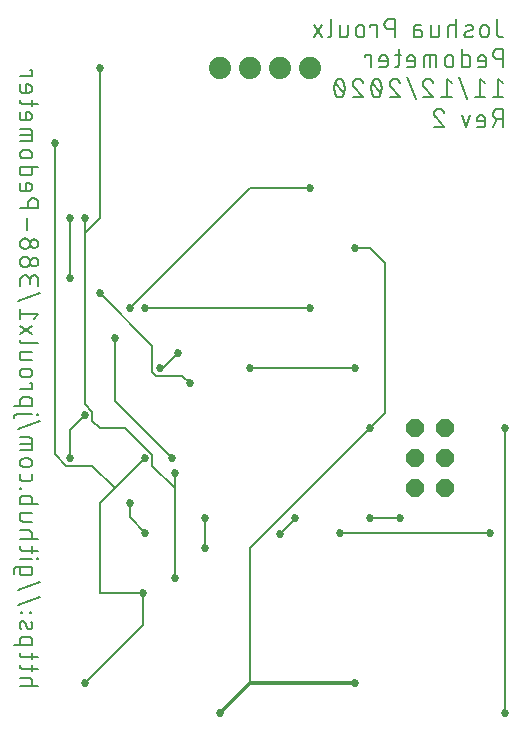
<source format=gbl>
G04 EAGLE Gerber RS-274X export*
G75*
%MOMM*%
%FSLAX34Y34*%
%LPD*%
%INBottom Copper*%
%IPPOS*%
%AMOC8*
5,1,8,0,0,1.08239X$1,22.5*%
G01*
%ADD10C,0.203200*%
%ADD11C,1.879600*%
%ADD12P,1.649562X8X112.500000*%
%ADD13C,0.685800*%
%ADD14C,0.304800*%


D10*
X425535Y639064D02*
X425535Y626816D01*
X425534Y626816D02*
X425536Y626699D01*
X425542Y626582D01*
X425552Y626466D01*
X425565Y626349D01*
X425583Y626234D01*
X425604Y626119D01*
X425629Y626005D01*
X425658Y625891D01*
X425691Y625779D01*
X425728Y625668D01*
X425768Y625558D01*
X425812Y625450D01*
X425859Y625343D01*
X425910Y625237D01*
X425965Y625134D01*
X426023Y625032D01*
X426084Y624933D01*
X426148Y624835D01*
X426216Y624740D01*
X426287Y624647D01*
X426361Y624556D01*
X426438Y624468D01*
X426518Y624383D01*
X426601Y624300D01*
X426686Y624220D01*
X426774Y624143D01*
X426865Y624069D01*
X426958Y623998D01*
X427053Y623930D01*
X427151Y623866D01*
X427250Y623805D01*
X427352Y623747D01*
X427455Y623692D01*
X427561Y623641D01*
X427668Y623594D01*
X427776Y623550D01*
X427886Y623510D01*
X427997Y623473D01*
X428109Y623440D01*
X428223Y623411D01*
X428337Y623386D01*
X428452Y623365D01*
X428567Y623347D01*
X428684Y623334D01*
X428800Y623324D01*
X428917Y623318D01*
X429034Y623316D01*
X430784Y623316D01*
X418364Y626816D02*
X418364Y630315D01*
X418362Y630433D01*
X418356Y630551D01*
X418346Y630669D01*
X418332Y630786D01*
X418314Y630903D01*
X418292Y631020D01*
X418267Y631135D01*
X418237Y631249D01*
X418203Y631363D01*
X418166Y631475D01*
X418125Y631586D01*
X418080Y631695D01*
X418032Y631803D01*
X417980Y631909D01*
X417924Y632014D01*
X417865Y632116D01*
X417803Y632216D01*
X417737Y632314D01*
X417668Y632410D01*
X417595Y632504D01*
X417520Y632595D01*
X417441Y632683D01*
X417360Y632769D01*
X417275Y632852D01*
X417188Y632932D01*
X417099Y633009D01*
X417006Y633083D01*
X416912Y633153D01*
X416815Y633221D01*
X416715Y633285D01*
X416614Y633346D01*
X416511Y633403D01*
X416405Y633457D01*
X416298Y633508D01*
X416190Y633554D01*
X416080Y633597D01*
X415968Y633636D01*
X415855Y633672D01*
X415741Y633703D01*
X415626Y633731D01*
X415511Y633755D01*
X415394Y633775D01*
X415277Y633791D01*
X415159Y633803D01*
X415041Y633811D01*
X414923Y633815D01*
X414805Y633815D01*
X414687Y633811D01*
X414569Y633803D01*
X414451Y633791D01*
X414334Y633775D01*
X414217Y633755D01*
X414102Y633731D01*
X413987Y633703D01*
X413873Y633672D01*
X413760Y633636D01*
X413648Y633597D01*
X413538Y633554D01*
X413430Y633508D01*
X413323Y633457D01*
X413217Y633403D01*
X413114Y633346D01*
X413013Y633285D01*
X412913Y633221D01*
X412816Y633153D01*
X412722Y633083D01*
X412629Y633009D01*
X412540Y632932D01*
X412453Y632852D01*
X412368Y632769D01*
X412287Y632683D01*
X412208Y632595D01*
X412133Y632504D01*
X412060Y632410D01*
X411991Y632314D01*
X411925Y632216D01*
X411863Y632116D01*
X411804Y632014D01*
X411748Y631909D01*
X411696Y631803D01*
X411648Y631695D01*
X411603Y631586D01*
X411562Y631475D01*
X411525Y631363D01*
X411491Y631249D01*
X411461Y631135D01*
X411436Y631020D01*
X411414Y630903D01*
X411396Y630786D01*
X411382Y630669D01*
X411372Y630551D01*
X411366Y630433D01*
X411364Y630315D01*
X411364Y626816D01*
X411366Y626698D01*
X411372Y626580D01*
X411382Y626462D01*
X411396Y626345D01*
X411414Y626228D01*
X411436Y626111D01*
X411461Y625996D01*
X411491Y625882D01*
X411525Y625768D01*
X411562Y625656D01*
X411603Y625545D01*
X411648Y625436D01*
X411696Y625328D01*
X411748Y625222D01*
X411804Y625117D01*
X411863Y625015D01*
X411925Y624915D01*
X411991Y624817D01*
X412060Y624721D01*
X412133Y624627D01*
X412208Y624536D01*
X412287Y624448D01*
X412368Y624362D01*
X412453Y624279D01*
X412540Y624199D01*
X412629Y624122D01*
X412722Y624048D01*
X412816Y623978D01*
X412913Y623910D01*
X413013Y623846D01*
X413114Y623785D01*
X413217Y623728D01*
X413323Y623674D01*
X413430Y623623D01*
X413538Y623577D01*
X413648Y623534D01*
X413760Y623495D01*
X413873Y623459D01*
X413987Y623428D01*
X414102Y623400D01*
X414217Y623376D01*
X414334Y623356D01*
X414451Y623340D01*
X414569Y623328D01*
X414687Y623320D01*
X414805Y623316D01*
X414923Y623316D01*
X415041Y623320D01*
X415159Y623328D01*
X415277Y623340D01*
X415394Y623356D01*
X415511Y623376D01*
X415626Y623400D01*
X415741Y623428D01*
X415855Y623459D01*
X415968Y623495D01*
X416080Y623534D01*
X416190Y623577D01*
X416298Y623623D01*
X416405Y623674D01*
X416511Y623728D01*
X416614Y623785D01*
X416715Y623846D01*
X416815Y623910D01*
X416912Y623978D01*
X417006Y624048D01*
X417099Y624122D01*
X417188Y624199D01*
X417275Y624279D01*
X417360Y624362D01*
X417441Y624448D01*
X417520Y624536D01*
X417595Y624627D01*
X417668Y624721D01*
X417737Y624817D01*
X417803Y624915D01*
X417865Y625015D01*
X417924Y625117D01*
X417980Y625222D01*
X418032Y625328D01*
X418080Y625436D01*
X418125Y625545D01*
X418166Y625656D01*
X418203Y625768D01*
X418237Y625882D01*
X418267Y625996D01*
X418292Y626111D01*
X418314Y626228D01*
X418332Y626345D01*
X418346Y626462D01*
X418356Y626580D01*
X418362Y626698D01*
X418364Y626816D01*
X403504Y629440D02*
X399130Y627690D01*
X403504Y629440D02*
X403591Y629477D01*
X403676Y629517D01*
X403759Y629561D01*
X403840Y629608D01*
X403919Y629658D01*
X403996Y629712D01*
X404071Y629769D01*
X404144Y629829D01*
X404213Y629892D01*
X404281Y629957D01*
X404345Y630026D01*
X404407Y630097D01*
X404465Y630170D01*
X404520Y630246D01*
X404573Y630324D01*
X404622Y630404D01*
X404667Y630486D01*
X404709Y630570D01*
X404748Y630656D01*
X404783Y630743D01*
X404815Y630832D01*
X404842Y630921D01*
X404866Y631012D01*
X404887Y631104D01*
X404903Y631197D01*
X404915Y631290D01*
X404924Y631383D01*
X404929Y631477D01*
X404930Y631571D01*
X404927Y631665D01*
X404920Y631759D01*
X404909Y631852D01*
X404895Y631945D01*
X404876Y632037D01*
X404854Y632128D01*
X404828Y632218D01*
X404798Y632307D01*
X404765Y632395D01*
X404728Y632482D01*
X404688Y632566D01*
X404644Y632649D01*
X404596Y632730D01*
X404545Y632810D01*
X404491Y632886D01*
X404434Y632961D01*
X404374Y633033D01*
X404311Y633103D01*
X404245Y633170D01*
X404177Y633234D01*
X404105Y633295D01*
X404032Y633354D01*
X403956Y633409D01*
X403878Y633461D01*
X403797Y633509D01*
X403715Y633555D01*
X403631Y633597D01*
X403545Y633635D01*
X403458Y633670D01*
X403369Y633701D01*
X403279Y633728D01*
X403188Y633752D01*
X403097Y633772D01*
X403004Y633788D01*
X402911Y633800D01*
X402817Y633809D01*
X402724Y633813D01*
X402630Y633814D01*
X402629Y633815D02*
X402390Y633809D01*
X402152Y633797D01*
X401913Y633779D01*
X401676Y633755D01*
X401438Y633726D01*
X401202Y633691D01*
X400967Y633651D01*
X400732Y633605D01*
X400499Y633553D01*
X400267Y633495D01*
X400037Y633432D01*
X399808Y633364D01*
X399581Y633290D01*
X399355Y633210D01*
X399132Y633126D01*
X398911Y633036D01*
X398692Y632940D01*
X399130Y627690D02*
X399043Y627653D01*
X398958Y627613D01*
X398875Y627569D01*
X398794Y627522D01*
X398715Y627472D01*
X398638Y627418D01*
X398563Y627361D01*
X398490Y627301D01*
X398421Y627238D01*
X398353Y627173D01*
X398289Y627104D01*
X398227Y627033D01*
X398169Y626960D01*
X398114Y626884D01*
X398061Y626806D01*
X398012Y626726D01*
X397967Y626644D01*
X397925Y626560D01*
X397886Y626474D01*
X397851Y626387D01*
X397819Y626298D01*
X397792Y626209D01*
X397768Y626118D01*
X397747Y626026D01*
X397731Y625933D01*
X397719Y625840D01*
X397710Y625747D01*
X397705Y625653D01*
X397704Y625559D01*
X397707Y625465D01*
X397714Y625371D01*
X397725Y625278D01*
X397739Y625185D01*
X397758Y625093D01*
X397780Y625002D01*
X397806Y624912D01*
X397836Y624823D01*
X397869Y624735D01*
X397906Y624648D01*
X397946Y624564D01*
X397990Y624481D01*
X398038Y624400D01*
X398089Y624320D01*
X398143Y624244D01*
X398200Y624169D01*
X398260Y624097D01*
X398323Y624027D01*
X398389Y623960D01*
X398457Y623896D01*
X398529Y623835D01*
X398602Y623776D01*
X398678Y623721D01*
X398756Y623669D01*
X398837Y623621D01*
X398919Y623575D01*
X399003Y623533D01*
X399089Y623495D01*
X399176Y623460D01*
X399265Y623429D01*
X399355Y623402D01*
X399446Y623378D01*
X399537Y623358D01*
X399630Y623342D01*
X399723Y623330D01*
X399817Y623321D01*
X399910Y623317D01*
X400004Y623316D01*
X400355Y623325D01*
X400706Y623342D01*
X401056Y623368D01*
X401405Y623402D01*
X401753Y623444D01*
X402100Y623495D01*
X402446Y623553D01*
X402791Y623620D01*
X403134Y623695D01*
X403475Y623778D01*
X403814Y623869D01*
X404150Y623968D01*
X404485Y624075D01*
X404816Y624190D01*
X390748Y623316D02*
X390748Y639064D01*
X390748Y633815D02*
X386374Y633815D01*
X386273Y633813D01*
X386173Y633807D01*
X386073Y633798D01*
X385973Y633784D01*
X385874Y633767D01*
X385776Y633746D01*
X385678Y633721D01*
X385582Y633693D01*
X385487Y633660D01*
X385393Y633625D01*
X385300Y633585D01*
X385209Y633542D01*
X385120Y633496D01*
X385033Y633446D01*
X384947Y633393D01*
X384864Y633337D01*
X384783Y633278D01*
X384704Y633215D01*
X384628Y633150D01*
X384554Y633081D01*
X384483Y633010D01*
X384414Y632936D01*
X384349Y632860D01*
X384286Y632781D01*
X384227Y632700D01*
X384171Y632617D01*
X384118Y632531D01*
X384068Y632444D01*
X384022Y632355D01*
X383979Y632264D01*
X383939Y632171D01*
X383904Y632077D01*
X383871Y631982D01*
X383843Y631886D01*
X383818Y631788D01*
X383797Y631690D01*
X383780Y631591D01*
X383766Y631491D01*
X383757Y631391D01*
X383751Y631291D01*
X383749Y631190D01*
X383749Y623316D01*
X376159Y625941D02*
X376159Y633815D01*
X376160Y625941D02*
X376158Y625840D01*
X376152Y625740D01*
X376143Y625640D01*
X376129Y625540D01*
X376112Y625441D01*
X376091Y625343D01*
X376066Y625245D01*
X376038Y625149D01*
X376005Y625054D01*
X375970Y624960D01*
X375930Y624867D01*
X375887Y624776D01*
X375841Y624687D01*
X375791Y624600D01*
X375738Y624514D01*
X375682Y624431D01*
X375623Y624350D01*
X375560Y624271D01*
X375495Y624195D01*
X375426Y624121D01*
X375355Y624050D01*
X375281Y623981D01*
X375205Y623916D01*
X375126Y623853D01*
X375045Y623794D01*
X374962Y623738D01*
X374876Y623685D01*
X374789Y623635D01*
X374700Y623589D01*
X374609Y623546D01*
X374516Y623506D01*
X374422Y623471D01*
X374327Y623438D01*
X374231Y623410D01*
X374133Y623385D01*
X374035Y623364D01*
X373936Y623347D01*
X373836Y623333D01*
X373736Y623324D01*
X373636Y623318D01*
X373535Y623316D01*
X369160Y623316D01*
X369160Y633815D01*
X359117Y629440D02*
X355180Y629440D01*
X359117Y629440D02*
X359226Y629438D01*
X359335Y629432D01*
X359444Y629422D01*
X359553Y629409D01*
X359661Y629391D01*
X359768Y629370D01*
X359874Y629345D01*
X359980Y629316D01*
X360084Y629283D01*
X360187Y629247D01*
X360289Y629207D01*
X360389Y629163D01*
X360488Y629116D01*
X360584Y629065D01*
X360679Y629011D01*
X360772Y628954D01*
X360863Y628893D01*
X360952Y628829D01*
X361038Y628762D01*
X361122Y628692D01*
X361204Y628619D01*
X361282Y628543D01*
X361358Y628465D01*
X361431Y628383D01*
X361501Y628299D01*
X361568Y628213D01*
X361632Y628124D01*
X361693Y628033D01*
X361750Y627940D01*
X361804Y627845D01*
X361855Y627749D01*
X361902Y627650D01*
X361946Y627550D01*
X361986Y627448D01*
X362022Y627345D01*
X362055Y627241D01*
X362084Y627135D01*
X362109Y627029D01*
X362130Y626922D01*
X362148Y626814D01*
X362161Y626705D01*
X362171Y626596D01*
X362177Y626487D01*
X362179Y626378D01*
X362177Y626269D01*
X362171Y626160D01*
X362161Y626051D01*
X362148Y625942D01*
X362130Y625834D01*
X362109Y625727D01*
X362084Y625621D01*
X362055Y625515D01*
X362022Y625411D01*
X361986Y625308D01*
X361946Y625206D01*
X361902Y625106D01*
X361855Y625007D01*
X361804Y624911D01*
X361750Y624816D01*
X361693Y624723D01*
X361632Y624632D01*
X361568Y624543D01*
X361501Y624457D01*
X361431Y624373D01*
X361358Y624291D01*
X361282Y624213D01*
X361204Y624137D01*
X361122Y624064D01*
X361038Y623994D01*
X360952Y623927D01*
X360863Y623863D01*
X360772Y623802D01*
X360679Y623745D01*
X360584Y623691D01*
X360488Y623640D01*
X360389Y623593D01*
X360289Y623549D01*
X360187Y623509D01*
X360084Y623473D01*
X359980Y623440D01*
X359874Y623411D01*
X359768Y623386D01*
X359661Y623365D01*
X359553Y623347D01*
X359444Y623334D01*
X359335Y623324D01*
X359226Y623318D01*
X359117Y623316D01*
X355180Y623316D01*
X355180Y631190D01*
X355182Y631291D01*
X355188Y631391D01*
X355197Y631491D01*
X355211Y631591D01*
X355228Y631690D01*
X355249Y631788D01*
X355274Y631886D01*
X355302Y631982D01*
X355335Y632077D01*
X355370Y632171D01*
X355410Y632264D01*
X355453Y632355D01*
X355499Y632444D01*
X355549Y632531D01*
X355602Y632617D01*
X355658Y632700D01*
X355717Y632781D01*
X355780Y632860D01*
X355845Y632936D01*
X355914Y633010D01*
X355985Y633081D01*
X356059Y633150D01*
X356135Y633215D01*
X356214Y633278D01*
X356295Y633337D01*
X356378Y633393D01*
X356464Y633446D01*
X356551Y633496D01*
X356640Y633542D01*
X356731Y633585D01*
X356824Y633625D01*
X356918Y633661D01*
X357013Y633693D01*
X357109Y633721D01*
X357207Y633746D01*
X357305Y633767D01*
X357404Y633784D01*
X357504Y633798D01*
X357604Y633807D01*
X357704Y633813D01*
X357805Y633815D01*
X361304Y633815D01*
X338744Y639064D02*
X338744Y623316D01*
X338744Y639064D02*
X334370Y639064D01*
X334239Y639062D01*
X334108Y639056D01*
X333978Y639046D01*
X333848Y639033D01*
X333718Y639015D01*
X333589Y638994D01*
X333461Y638968D01*
X333333Y638939D01*
X333206Y638906D01*
X333081Y638870D01*
X332956Y638829D01*
X332833Y638785D01*
X332711Y638737D01*
X332591Y638686D01*
X332472Y638631D01*
X332355Y638572D01*
X332240Y638510D01*
X332127Y638445D01*
X332015Y638376D01*
X331906Y638304D01*
X331799Y638229D01*
X331694Y638150D01*
X331592Y638069D01*
X331492Y637984D01*
X331395Y637896D01*
X331300Y637806D01*
X331208Y637713D01*
X331119Y637617D01*
X331033Y637518D01*
X330950Y637417D01*
X330870Y637314D01*
X330793Y637208D01*
X330720Y637100D01*
X330649Y636989D01*
X330582Y636877D01*
X330518Y636763D01*
X330458Y636647D01*
X330401Y636529D01*
X330348Y636409D01*
X330298Y636288D01*
X330252Y636165D01*
X330210Y636042D01*
X330172Y635917D01*
X330137Y635790D01*
X330106Y635663D01*
X330078Y635535D01*
X330055Y635407D01*
X330036Y635277D01*
X330020Y635147D01*
X330008Y635017D01*
X330000Y634886D01*
X329996Y634755D01*
X329996Y634625D01*
X330000Y634494D01*
X330008Y634363D01*
X330020Y634233D01*
X330036Y634103D01*
X330055Y633973D01*
X330078Y633845D01*
X330106Y633717D01*
X330137Y633590D01*
X330172Y633463D01*
X330210Y633338D01*
X330252Y633215D01*
X330298Y633092D01*
X330348Y632971D01*
X330401Y632851D01*
X330458Y632733D01*
X330518Y632617D01*
X330582Y632503D01*
X330649Y632391D01*
X330720Y632280D01*
X330793Y632172D01*
X330870Y632066D01*
X330950Y631963D01*
X331033Y631862D01*
X331119Y631763D01*
X331208Y631667D01*
X331300Y631574D01*
X331395Y631484D01*
X331492Y631396D01*
X331592Y631311D01*
X331694Y631230D01*
X331799Y631151D01*
X331906Y631076D01*
X332015Y631004D01*
X332127Y630935D01*
X332240Y630870D01*
X332355Y630808D01*
X332472Y630749D01*
X332591Y630694D01*
X332711Y630643D01*
X332833Y630595D01*
X332956Y630551D01*
X333081Y630510D01*
X333206Y630474D01*
X333333Y630441D01*
X333461Y630412D01*
X333589Y630386D01*
X333718Y630365D01*
X333848Y630347D01*
X333978Y630334D01*
X334108Y630324D01*
X334239Y630318D01*
X334370Y630316D01*
X334370Y630315D02*
X338744Y630315D01*
X323432Y633815D02*
X323432Y623316D01*
X323432Y633815D02*
X318183Y633815D01*
X318183Y632065D01*
X313113Y630315D02*
X313113Y626816D01*
X313114Y630315D02*
X313112Y630433D01*
X313106Y630551D01*
X313096Y630669D01*
X313082Y630786D01*
X313064Y630903D01*
X313042Y631020D01*
X313017Y631135D01*
X312987Y631249D01*
X312953Y631363D01*
X312916Y631475D01*
X312875Y631586D01*
X312830Y631695D01*
X312782Y631803D01*
X312730Y631909D01*
X312674Y632014D01*
X312615Y632116D01*
X312553Y632216D01*
X312487Y632314D01*
X312418Y632410D01*
X312345Y632504D01*
X312270Y632595D01*
X312191Y632683D01*
X312110Y632769D01*
X312025Y632852D01*
X311938Y632932D01*
X311849Y633009D01*
X311756Y633083D01*
X311662Y633153D01*
X311565Y633221D01*
X311465Y633285D01*
X311364Y633346D01*
X311261Y633403D01*
X311155Y633457D01*
X311048Y633508D01*
X310940Y633554D01*
X310830Y633597D01*
X310718Y633636D01*
X310605Y633672D01*
X310491Y633703D01*
X310376Y633731D01*
X310261Y633755D01*
X310144Y633775D01*
X310027Y633791D01*
X309909Y633803D01*
X309791Y633811D01*
X309673Y633815D01*
X309555Y633815D01*
X309437Y633811D01*
X309319Y633803D01*
X309201Y633791D01*
X309084Y633775D01*
X308967Y633755D01*
X308852Y633731D01*
X308737Y633703D01*
X308623Y633672D01*
X308510Y633636D01*
X308398Y633597D01*
X308288Y633554D01*
X308180Y633508D01*
X308073Y633457D01*
X307967Y633403D01*
X307864Y633346D01*
X307763Y633285D01*
X307663Y633221D01*
X307566Y633153D01*
X307472Y633083D01*
X307379Y633009D01*
X307290Y632932D01*
X307203Y632852D01*
X307118Y632769D01*
X307037Y632683D01*
X306958Y632595D01*
X306883Y632504D01*
X306810Y632410D01*
X306741Y632314D01*
X306675Y632216D01*
X306613Y632116D01*
X306554Y632014D01*
X306498Y631909D01*
X306446Y631803D01*
X306398Y631695D01*
X306353Y631586D01*
X306312Y631475D01*
X306275Y631363D01*
X306241Y631249D01*
X306211Y631135D01*
X306186Y631020D01*
X306164Y630903D01*
X306146Y630786D01*
X306132Y630669D01*
X306122Y630551D01*
X306116Y630433D01*
X306114Y630315D01*
X306114Y626816D01*
X306116Y626698D01*
X306122Y626580D01*
X306132Y626462D01*
X306146Y626345D01*
X306164Y626228D01*
X306186Y626111D01*
X306211Y625996D01*
X306241Y625882D01*
X306275Y625768D01*
X306312Y625656D01*
X306353Y625545D01*
X306398Y625436D01*
X306446Y625328D01*
X306498Y625222D01*
X306554Y625117D01*
X306613Y625015D01*
X306675Y624915D01*
X306741Y624817D01*
X306810Y624721D01*
X306883Y624627D01*
X306958Y624536D01*
X307037Y624448D01*
X307118Y624362D01*
X307203Y624279D01*
X307290Y624199D01*
X307379Y624122D01*
X307472Y624048D01*
X307566Y623978D01*
X307663Y623910D01*
X307763Y623846D01*
X307864Y623785D01*
X307967Y623728D01*
X308073Y623674D01*
X308180Y623623D01*
X308288Y623577D01*
X308398Y623534D01*
X308510Y623495D01*
X308623Y623459D01*
X308737Y623428D01*
X308852Y623400D01*
X308967Y623376D01*
X309084Y623356D01*
X309201Y623340D01*
X309319Y623328D01*
X309437Y623320D01*
X309555Y623316D01*
X309673Y623316D01*
X309791Y623320D01*
X309909Y623328D01*
X310027Y623340D01*
X310144Y623356D01*
X310261Y623376D01*
X310376Y623400D01*
X310491Y623428D01*
X310605Y623459D01*
X310718Y623495D01*
X310830Y623534D01*
X310940Y623577D01*
X311048Y623623D01*
X311155Y623674D01*
X311261Y623728D01*
X311364Y623785D01*
X311465Y623846D01*
X311565Y623910D01*
X311662Y623978D01*
X311756Y624048D01*
X311849Y624122D01*
X311938Y624199D01*
X312025Y624279D01*
X312110Y624362D01*
X312191Y624448D01*
X312270Y624536D01*
X312345Y624627D01*
X312418Y624721D01*
X312487Y624817D01*
X312553Y624915D01*
X312615Y625015D01*
X312674Y625117D01*
X312730Y625222D01*
X312782Y625328D01*
X312830Y625436D01*
X312875Y625545D01*
X312916Y625656D01*
X312953Y625768D01*
X312987Y625882D01*
X313017Y625996D01*
X313042Y626111D01*
X313064Y626228D01*
X313082Y626345D01*
X313096Y626462D01*
X313106Y626580D01*
X313112Y626698D01*
X313114Y626816D01*
X299045Y625941D02*
X299045Y633815D01*
X299046Y625941D02*
X299044Y625840D01*
X299038Y625740D01*
X299029Y625640D01*
X299015Y625540D01*
X298998Y625441D01*
X298977Y625343D01*
X298952Y625245D01*
X298924Y625149D01*
X298891Y625054D01*
X298856Y624960D01*
X298816Y624867D01*
X298773Y624776D01*
X298727Y624687D01*
X298677Y624600D01*
X298624Y624514D01*
X298568Y624431D01*
X298509Y624350D01*
X298446Y624271D01*
X298381Y624195D01*
X298312Y624121D01*
X298241Y624050D01*
X298167Y623981D01*
X298091Y623916D01*
X298012Y623853D01*
X297931Y623794D01*
X297848Y623738D01*
X297762Y623685D01*
X297675Y623635D01*
X297586Y623589D01*
X297495Y623546D01*
X297402Y623506D01*
X297308Y623471D01*
X297213Y623438D01*
X297117Y623410D01*
X297019Y623385D01*
X296921Y623364D01*
X296822Y623347D01*
X296722Y623333D01*
X296622Y623324D01*
X296522Y623318D01*
X296421Y623316D01*
X292046Y623316D01*
X292046Y633815D01*
X284798Y639064D02*
X284798Y625941D01*
X284796Y625840D01*
X284790Y625740D01*
X284781Y625640D01*
X284767Y625540D01*
X284750Y625441D01*
X284729Y625343D01*
X284704Y625245D01*
X284676Y625149D01*
X284643Y625054D01*
X284608Y624960D01*
X284568Y624867D01*
X284525Y624776D01*
X284479Y624687D01*
X284429Y624600D01*
X284376Y624514D01*
X284320Y624431D01*
X284261Y624350D01*
X284198Y624271D01*
X284133Y624195D01*
X284064Y624121D01*
X283993Y624050D01*
X283919Y623981D01*
X283843Y623916D01*
X283764Y623853D01*
X283683Y623794D01*
X283600Y623738D01*
X283514Y623685D01*
X283427Y623635D01*
X283338Y623589D01*
X283247Y623546D01*
X283154Y623506D01*
X283060Y623471D01*
X282965Y623438D01*
X282869Y623410D01*
X282771Y623385D01*
X282673Y623364D01*
X282574Y623347D01*
X282474Y623333D01*
X282374Y623324D01*
X282274Y623318D01*
X282173Y623316D01*
X277161Y623316D02*
X270162Y633815D01*
X277161Y633815D02*
X270162Y623316D01*
X430784Y613664D02*
X430784Y597916D01*
X430784Y613664D02*
X426410Y613664D01*
X426279Y613662D01*
X426148Y613656D01*
X426018Y613646D01*
X425888Y613633D01*
X425758Y613615D01*
X425629Y613594D01*
X425501Y613568D01*
X425373Y613539D01*
X425246Y613506D01*
X425121Y613470D01*
X424996Y613429D01*
X424873Y613385D01*
X424751Y613337D01*
X424631Y613286D01*
X424512Y613231D01*
X424395Y613172D01*
X424280Y613110D01*
X424167Y613045D01*
X424055Y612976D01*
X423946Y612904D01*
X423839Y612829D01*
X423734Y612750D01*
X423632Y612669D01*
X423532Y612584D01*
X423435Y612496D01*
X423340Y612406D01*
X423248Y612313D01*
X423159Y612217D01*
X423073Y612118D01*
X422990Y612017D01*
X422910Y611914D01*
X422833Y611808D01*
X422760Y611700D01*
X422689Y611589D01*
X422622Y611477D01*
X422558Y611363D01*
X422498Y611247D01*
X422441Y611129D01*
X422388Y611009D01*
X422338Y610888D01*
X422292Y610765D01*
X422250Y610642D01*
X422212Y610517D01*
X422177Y610390D01*
X422146Y610263D01*
X422118Y610135D01*
X422095Y610007D01*
X422076Y609877D01*
X422060Y609747D01*
X422048Y609617D01*
X422040Y609486D01*
X422036Y609355D01*
X422036Y609225D01*
X422040Y609094D01*
X422048Y608963D01*
X422060Y608833D01*
X422076Y608703D01*
X422095Y608573D01*
X422118Y608445D01*
X422146Y608317D01*
X422177Y608190D01*
X422212Y608063D01*
X422250Y607938D01*
X422292Y607815D01*
X422338Y607692D01*
X422388Y607571D01*
X422441Y607451D01*
X422498Y607333D01*
X422558Y607217D01*
X422622Y607103D01*
X422689Y606991D01*
X422760Y606880D01*
X422833Y606772D01*
X422910Y606666D01*
X422990Y606563D01*
X423073Y606462D01*
X423159Y606363D01*
X423248Y606267D01*
X423340Y606174D01*
X423435Y606084D01*
X423532Y605996D01*
X423632Y605911D01*
X423734Y605830D01*
X423839Y605751D01*
X423946Y605676D01*
X424055Y605604D01*
X424167Y605535D01*
X424280Y605470D01*
X424395Y605408D01*
X424512Y605349D01*
X424631Y605294D01*
X424751Y605243D01*
X424873Y605195D01*
X424996Y605151D01*
X425121Y605110D01*
X425246Y605074D01*
X425373Y605041D01*
X425501Y605012D01*
X425629Y604986D01*
X425758Y604965D01*
X425888Y604947D01*
X426018Y604934D01*
X426148Y604924D01*
X426279Y604918D01*
X426410Y604916D01*
X426410Y604915D02*
X430784Y604915D01*
X413470Y597916D02*
X409096Y597916D01*
X413470Y597916D02*
X413571Y597918D01*
X413671Y597924D01*
X413771Y597933D01*
X413871Y597947D01*
X413970Y597964D01*
X414068Y597985D01*
X414166Y598010D01*
X414262Y598038D01*
X414357Y598071D01*
X414451Y598106D01*
X414544Y598146D01*
X414635Y598189D01*
X414724Y598235D01*
X414811Y598285D01*
X414897Y598338D01*
X414980Y598394D01*
X415061Y598453D01*
X415140Y598516D01*
X415216Y598581D01*
X415290Y598650D01*
X415361Y598721D01*
X415430Y598795D01*
X415495Y598871D01*
X415558Y598950D01*
X415617Y599031D01*
X415673Y599114D01*
X415726Y599200D01*
X415776Y599287D01*
X415822Y599376D01*
X415865Y599467D01*
X415905Y599560D01*
X415941Y599654D01*
X415973Y599749D01*
X416001Y599845D01*
X416026Y599943D01*
X416047Y600041D01*
X416064Y600140D01*
X416078Y600240D01*
X416087Y600340D01*
X416093Y600440D01*
X416095Y600541D01*
X416095Y604915D01*
X416093Y605033D01*
X416087Y605151D01*
X416077Y605269D01*
X416063Y605386D01*
X416045Y605503D01*
X416023Y605620D01*
X415998Y605735D01*
X415968Y605849D01*
X415934Y605963D01*
X415897Y606075D01*
X415856Y606186D01*
X415811Y606295D01*
X415763Y606403D01*
X415711Y606509D01*
X415655Y606614D01*
X415596Y606716D01*
X415534Y606816D01*
X415468Y606914D01*
X415399Y607010D01*
X415326Y607104D01*
X415251Y607195D01*
X415172Y607283D01*
X415091Y607369D01*
X415006Y607452D01*
X414919Y607532D01*
X414830Y607609D01*
X414737Y607683D01*
X414643Y607753D01*
X414546Y607821D01*
X414446Y607885D01*
X414345Y607946D01*
X414242Y608003D01*
X414136Y608057D01*
X414029Y608108D01*
X413921Y608154D01*
X413811Y608197D01*
X413699Y608236D01*
X413586Y608272D01*
X413472Y608303D01*
X413357Y608331D01*
X413242Y608355D01*
X413125Y608375D01*
X413008Y608391D01*
X412890Y608403D01*
X412772Y608411D01*
X412654Y608415D01*
X412536Y608415D01*
X412418Y608411D01*
X412300Y608403D01*
X412182Y608391D01*
X412065Y608375D01*
X411948Y608355D01*
X411833Y608331D01*
X411718Y608303D01*
X411604Y608272D01*
X411491Y608236D01*
X411379Y608197D01*
X411269Y608154D01*
X411161Y608108D01*
X411054Y608057D01*
X410948Y608003D01*
X410845Y607946D01*
X410744Y607885D01*
X410644Y607821D01*
X410547Y607753D01*
X410453Y607683D01*
X410360Y607609D01*
X410271Y607532D01*
X410184Y607452D01*
X410099Y607369D01*
X410018Y607283D01*
X409939Y607195D01*
X409864Y607104D01*
X409791Y607010D01*
X409722Y606914D01*
X409656Y606816D01*
X409594Y606716D01*
X409535Y606614D01*
X409479Y606509D01*
X409427Y606403D01*
X409379Y606295D01*
X409334Y606186D01*
X409293Y606075D01*
X409256Y605963D01*
X409222Y605849D01*
X409192Y605735D01*
X409167Y605620D01*
X409145Y605503D01*
X409127Y605386D01*
X409113Y605269D01*
X409103Y605151D01*
X409097Y605033D01*
X409095Y604915D01*
X409096Y604915D02*
X409096Y603165D01*
X416095Y603165D01*
X395637Y597916D02*
X395637Y613664D01*
X395637Y597916D02*
X400011Y597916D01*
X400112Y597918D01*
X400212Y597924D01*
X400312Y597933D01*
X400412Y597947D01*
X400511Y597964D01*
X400609Y597985D01*
X400707Y598010D01*
X400803Y598038D01*
X400898Y598071D01*
X400992Y598106D01*
X401085Y598146D01*
X401176Y598189D01*
X401265Y598235D01*
X401352Y598285D01*
X401438Y598338D01*
X401521Y598394D01*
X401602Y598453D01*
X401681Y598516D01*
X401757Y598581D01*
X401831Y598650D01*
X401902Y598721D01*
X401971Y598795D01*
X402036Y598871D01*
X402099Y598950D01*
X402158Y599031D01*
X402214Y599114D01*
X402267Y599200D01*
X402317Y599287D01*
X402363Y599376D01*
X402406Y599467D01*
X402446Y599560D01*
X402482Y599654D01*
X402514Y599749D01*
X402542Y599845D01*
X402567Y599943D01*
X402588Y600041D01*
X402605Y600140D01*
X402619Y600240D01*
X402628Y600340D01*
X402634Y600440D01*
X402636Y600541D01*
X402636Y605790D01*
X402634Y605891D01*
X402628Y605991D01*
X402619Y606091D01*
X402605Y606191D01*
X402588Y606290D01*
X402567Y606388D01*
X402542Y606486D01*
X402514Y606582D01*
X402481Y606677D01*
X402446Y606771D01*
X402406Y606864D01*
X402363Y606955D01*
X402317Y607044D01*
X402267Y607131D01*
X402214Y607217D01*
X402158Y607300D01*
X402099Y607381D01*
X402036Y607460D01*
X401971Y607536D01*
X401902Y607610D01*
X401831Y607681D01*
X401757Y607750D01*
X401681Y607815D01*
X401602Y607878D01*
X401521Y607937D01*
X401438Y607993D01*
X401352Y608046D01*
X401265Y608096D01*
X401176Y608142D01*
X401085Y608185D01*
X400992Y608225D01*
X400898Y608260D01*
X400803Y608293D01*
X400707Y608321D01*
X400609Y608346D01*
X400511Y608367D01*
X400412Y608384D01*
X400312Y608398D01*
X400212Y608407D01*
X400112Y608413D01*
X400011Y608415D01*
X395637Y608415D01*
X388480Y604915D02*
X388480Y601416D01*
X388480Y604915D02*
X388478Y605033D01*
X388472Y605151D01*
X388462Y605269D01*
X388448Y605386D01*
X388430Y605503D01*
X388408Y605620D01*
X388383Y605735D01*
X388353Y605849D01*
X388319Y605963D01*
X388282Y606075D01*
X388241Y606186D01*
X388196Y606295D01*
X388148Y606403D01*
X388096Y606509D01*
X388040Y606614D01*
X387981Y606716D01*
X387919Y606816D01*
X387853Y606914D01*
X387784Y607010D01*
X387711Y607104D01*
X387636Y607195D01*
X387557Y607283D01*
X387476Y607369D01*
X387391Y607452D01*
X387304Y607532D01*
X387215Y607609D01*
X387122Y607683D01*
X387028Y607753D01*
X386931Y607821D01*
X386831Y607885D01*
X386730Y607946D01*
X386627Y608003D01*
X386521Y608057D01*
X386414Y608108D01*
X386306Y608154D01*
X386196Y608197D01*
X386084Y608236D01*
X385971Y608272D01*
X385857Y608303D01*
X385742Y608331D01*
X385627Y608355D01*
X385510Y608375D01*
X385393Y608391D01*
X385275Y608403D01*
X385157Y608411D01*
X385039Y608415D01*
X384921Y608415D01*
X384803Y608411D01*
X384685Y608403D01*
X384567Y608391D01*
X384450Y608375D01*
X384333Y608355D01*
X384218Y608331D01*
X384103Y608303D01*
X383989Y608272D01*
X383876Y608236D01*
X383764Y608197D01*
X383654Y608154D01*
X383546Y608108D01*
X383439Y608057D01*
X383333Y608003D01*
X383230Y607946D01*
X383129Y607885D01*
X383029Y607821D01*
X382932Y607753D01*
X382838Y607683D01*
X382745Y607609D01*
X382656Y607532D01*
X382569Y607452D01*
X382484Y607369D01*
X382403Y607283D01*
X382324Y607195D01*
X382249Y607104D01*
X382176Y607010D01*
X382107Y606914D01*
X382041Y606816D01*
X381979Y606716D01*
X381920Y606614D01*
X381864Y606509D01*
X381812Y606403D01*
X381764Y606295D01*
X381719Y606186D01*
X381678Y606075D01*
X381641Y605963D01*
X381607Y605849D01*
X381577Y605735D01*
X381552Y605620D01*
X381530Y605503D01*
X381512Y605386D01*
X381498Y605269D01*
X381488Y605151D01*
X381482Y605033D01*
X381480Y604915D01*
X381481Y604915D02*
X381481Y601416D01*
X381480Y601416D02*
X381482Y601298D01*
X381488Y601180D01*
X381498Y601062D01*
X381512Y600945D01*
X381530Y600828D01*
X381552Y600711D01*
X381577Y600596D01*
X381607Y600482D01*
X381641Y600368D01*
X381678Y600256D01*
X381719Y600145D01*
X381764Y600036D01*
X381812Y599928D01*
X381864Y599822D01*
X381920Y599717D01*
X381979Y599615D01*
X382041Y599515D01*
X382107Y599417D01*
X382176Y599321D01*
X382249Y599227D01*
X382324Y599136D01*
X382403Y599048D01*
X382484Y598962D01*
X382569Y598879D01*
X382656Y598799D01*
X382745Y598722D01*
X382838Y598648D01*
X382932Y598578D01*
X383029Y598510D01*
X383129Y598446D01*
X383230Y598385D01*
X383333Y598328D01*
X383439Y598274D01*
X383546Y598223D01*
X383654Y598177D01*
X383764Y598134D01*
X383876Y598095D01*
X383989Y598059D01*
X384103Y598028D01*
X384218Y598000D01*
X384333Y597976D01*
X384450Y597956D01*
X384567Y597940D01*
X384685Y597928D01*
X384803Y597920D01*
X384921Y597916D01*
X385039Y597916D01*
X385157Y597920D01*
X385275Y597928D01*
X385393Y597940D01*
X385510Y597956D01*
X385627Y597976D01*
X385742Y598000D01*
X385857Y598028D01*
X385971Y598059D01*
X386084Y598095D01*
X386196Y598134D01*
X386306Y598177D01*
X386414Y598223D01*
X386521Y598274D01*
X386627Y598328D01*
X386730Y598385D01*
X386831Y598446D01*
X386931Y598510D01*
X387028Y598578D01*
X387122Y598648D01*
X387215Y598722D01*
X387304Y598799D01*
X387391Y598879D01*
X387476Y598962D01*
X387557Y599048D01*
X387636Y599136D01*
X387711Y599227D01*
X387784Y599321D01*
X387853Y599417D01*
X387919Y599515D01*
X387981Y599615D01*
X388040Y599717D01*
X388096Y599822D01*
X388148Y599928D01*
X388196Y600036D01*
X388241Y600145D01*
X388282Y600256D01*
X388319Y600368D01*
X388353Y600482D01*
X388383Y600596D01*
X388408Y600711D01*
X388430Y600828D01*
X388448Y600945D01*
X388462Y601062D01*
X388472Y601180D01*
X388478Y601298D01*
X388480Y601416D01*
X374077Y597916D02*
X374077Y608415D01*
X366203Y608415D01*
X366102Y608413D01*
X366002Y608407D01*
X365902Y608398D01*
X365802Y608384D01*
X365703Y608367D01*
X365605Y608346D01*
X365507Y608321D01*
X365411Y608293D01*
X365316Y608260D01*
X365222Y608225D01*
X365129Y608185D01*
X365038Y608142D01*
X364949Y608096D01*
X364862Y608046D01*
X364776Y607993D01*
X364693Y607937D01*
X364612Y607878D01*
X364533Y607815D01*
X364457Y607750D01*
X364383Y607681D01*
X364312Y607610D01*
X364243Y607536D01*
X364178Y607460D01*
X364115Y607381D01*
X364056Y607300D01*
X364000Y607217D01*
X363947Y607131D01*
X363897Y607044D01*
X363851Y606955D01*
X363808Y606864D01*
X363768Y606771D01*
X363733Y606677D01*
X363700Y606582D01*
X363672Y606486D01*
X363647Y606388D01*
X363626Y606290D01*
X363609Y606191D01*
X363595Y606091D01*
X363586Y605991D01*
X363580Y605891D01*
X363578Y605790D01*
X363579Y605790D02*
X363579Y597916D01*
X368828Y597916D02*
X368828Y608415D01*
X353551Y597916D02*
X349176Y597916D01*
X353551Y597916D02*
X353652Y597918D01*
X353752Y597924D01*
X353852Y597933D01*
X353952Y597947D01*
X354051Y597964D01*
X354149Y597985D01*
X354247Y598010D01*
X354343Y598038D01*
X354438Y598071D01*
X354532Y598106D01*
X354625Y598146D01*
X354716Y598189D01*
X354805Y598235D01*
X354892Y598285D01*
X354978Y598338D01*
X355061Y598394D01*
X355142Y598453D01*
X355221Y598516D01*
X355297Y598581D01*
X355371Y598650D01*
X355442Y598721D01*
X355511Y598795D01*
X355576Y598871D01*
X355639Y598950D01*
X355698Y599031D01*
X355754Y599114D01*
X355807Y599200D01*
X355857Y599287D01*
X355903Y599376D01*
X355946Y599467D01*
X355986Y599560D01*
X356022Y599654D01*
X356054Y599749D01*
X356082Y599845D01*
X356107Y599943D01*
X356128Y600041D01*
X356145Y600140D01*
X356159Y600240D01*
X356168Y600340D01*
X356174Y600440D01*
X356176Y600541D01*
X356175Y600541D02*
X356175Y604915D01*
X356176Y604915D02*
X356174Y605033D01*
X356168Y605151D01*
X356158Y605269D01*
X356144Y605386D01*
X356126Y605503D01*
X356104Y605620D01*
X356079Y605735D01*
X356049Y605849D01*
X356015Y605963D01*
X355978Y606075D01*
X355937Y606186D01*
X355892Y606295D01*
X355844Y606403D01*
X355792Y606509D01*
X355736Y606614D01*
X355677Y606716D01*
X355615Y606816D01*
X355549Y606914D01*
X355480Y607010D01*
X355407Y607104D01*
X355332Y607195D01*
X355253Y607283D01*
X355172Y607369D01*
X355087Y607452D01*
X355000Y607532D01*
X354911Y607609D01*
X354818Y607683D01*
X354724Y607753D01*
X354627Y607821D01*
X354527Y607885D01*
X354426Y607946D01*
X354323Y608003D01*
X354217Y608057D01*
X354110Y608108D01*
X354002Y608154D01*
X353892Y608197D01*
X353780Y608236D01*
X353667Y608272D01*
X353553Y608303D01*
X353438Y608331D01*
X353323Y608355D01*
X353206Y608375D01*
X353089Y608391D01*
X352971Y608403D01*
X352853Y608411D01*
X352735Y608415D01*
X352617Y608415D01*
X352499Y608411D01*
X352381Y608403D01*
X352263Y608391D01*
X352146Y608375D01*
X352029Y608355D01*
X351914Y608331D01*
X351799Y608303D01*
X351685Y608272D01*
X351572Y608236D01*
X351460Y608197D01*
X351350Y608154D01*
X351242Y608108D01*
X351135Y608057D01*
X351029Y608003D01*
X350926Y607946D01*
X350825Y607885D01*
X350725Y607821D01*
X350628Y607753D01*
X350534Y607683D01*
X350441Y607609D01*
X350352Y607532D01*
X350265Y607452D01*
X350180Y607369D01*
X350099Y607283D01*
X350020Y607195D01*
X349945Y607104D01*
X349872Y607010D01*
X349803Y606914D01*
X349737Y606816D01*
X349675Y606716D01*
X349616Y606614D01*
X349560Y606509D01*
X349508Y606403D01*
X349460Y606295D01*
X349415Y606186D01*
X349374Y606075D01*
X349337Y605963D01*
X349303Y605849D01*
X349273Y605735D01*
X349248Y605620D01*
X349226Y605503D01*
X349208Y605386D01*
X349194Y605269D01*
X349184Y605151D01*
X349178Y605033D01*
X349176Y604915D01*
X349176Y603165D01*
X356175Y603165D01*
X343977Y608415D02*
X338728Y608415D01*
X342227Y613664D02*
X342227Y600541D01*
X342228Y600541D02*
X342226Y600440D01*
X342220Y600340D01*
X342211Y600240D01*
X342197Y600140D01*
X342180Y600041D01*
X342159Y599943D01*
X342134Y599845D01*
X342106Y599749D01*
X342073Y599654D01*
X342038Y599560D01*
X341998Y599467D01*
X341955Y599376D01*
X341909Y599287D01*
X341859Y599200D01*
X341806Y599114D01*
X341750Y599031D01*
X341691Y598950D01*
X341628Y598871D01*
X341563Y598795D01*
X341494Y598721D01*
X341423Y598650D01*
X341349Y598581D01*
X341273Y598516D01*
X341194Y598453D01*
X341113Y598394D01*
X341030Y598338D01*
X340944Y598285D01*
X340857Y598235D01*
X340768Y598189D01*
X340677Y598146D01*
X340584Y598106D01*
X340490Y598070D01*
X340395Y598038D01*
X340299Y598010D01*
X340201Y597985D01*
X340103Y597964D01*
X340004Y597947D01*
X339904Y597933D01*
X339804Y597924D01*
X339704Y597918D01*
X339603Y597916D01*
X338728Y597916D01*
X330104Y597916D02*
X325729Y597916D01*
X330104Y597916D02*
X330205Y597918D01*
X330305Y597924D01*
X330405Y597933D01*
X330505Y597947D01*
X330604Y597964D01*
X330702Y597985D01*
X330800Y598010D01*
X330896Y598038D01*
X330991Y598071D01*
X331085Y598106D01*
X331178Y598146D01*
X331269Y598189D01*
X331358Y598235D01*
X331445Y598285D01*
X331531Y598338D01*
X331614Y598394D01*
X331695Y598453D01*
X331774Y598516D01*
X331850Y598581D01*
X331924Y598650D01*
X331995Y598721D01*
X332064Y598795D01*
X332129Y598871D01*
X332192Y598950D01*
X332251Y599031D01*
X332307Y599114D01*
X332360Y599200D01*
X332410Y599287D01*
X332456Y599376D01*
X332499Y599467D01*
X332539Y599560D01*
X332575Y599654D01*
X332607Y599749D01*
X332635Y599845D01*
X332660Y599943D01*
X332681Y600041D01*
X332698Y600140D01*
X332712Y600240D01*
X332721Y600340D01*
X332727Y600440D01*
X332729Y600541D01*
X332728Y600541D02*
X332728Y604915D01*
X332729Y604915D02*
X332727Y605033D01*
X332721Y605151D01*
X332711Y605269D01*
X332697Y605386D01*
X332679Y605503D01*
X332657Y605620D01*
X332632Y605735D01*
X332602Y605849D01*
X332568Y605963D01*
X332531Y606075D01*
X332490Y606186D01*
X332445Y606295D01*
X332397Y606403D01*
X332345Y606509D01*
X332289Y606614D01*
X332230Y606716D01*
X332168Y606816D01*
X332102Y606914D01*
X332033Y607010D01*
X331960Y607104D01*
X331885Y607195D01*
X331806Y607283D01*
X331725Y607369D01*
X331640Y607452D01*
X331553Y607532D01*
X331464Y607609D01*
X331371Y607683D01*
X331277Y607753D01*
X331180Y607821D01*
X331080Y607885D01*
X330979Y607946D01*
X330876Y608003D01*
X330770Y608057D01*
X330663Y608108D01*
X330555Y608154D01*
X330445Y608197D01*
X330333Y608236D01*
X330220Y608272D01*
X330106Y608303D01*
X329991Y608331D01*
X329876Y608355D01*
X329759Y608375D01*
X329642Y608391D01*
X329524Y608403D01*
X329406Y608411D01*
X329288Y608415D01*
X329170Y608415D01*
X329052Y608411D01*
X328934Y608403D01*
X328816Y608391D01*
X328699Y608375D01*
X328582Y608355D01*
X328467Y608331D01*
X328352Y608303D01*
X328238Y608272D01*
X328125Y608236D01*
X328013Y608197D01*
X327903Y608154D01*
X327795Y608108D01*
X327688Y608057D01*
X327582Y608003D01*
X327479Y607946D01*
X327378Y607885D01*
X327278Y607821D01*
X327181Y607753D01*
X327087Y607683D01*
X326994Y607609D01*
X326905Y607532D01*
X326818Y607452D01*
X326733Y607369D01*
X326652Y607283D01*
X326573Y607195D01*
X326498Y607104D01*
X326425Y607010D01*
X326356Y606914D01*
X326290Y606816D01*
X326228Y606716D01*
X326169Y606614D01*
X326113Y606509D01*
X326061Y606403D01*
X326013Y606295D01*
X325968Y606186D01*
X325927Y606075D01*
X325890Y605963D01*
X325856Y605849D01*
X325826Y605735D01*
X325801Y605620D01*
X325779Y605503D01*
X325761Y605386D01*
X325747Y605269D01*
X325737Y605151D01*
X325731Y605033D01*
X325729Y604915D01*
X325729Y603165D01*
X332728Y603165D01*
X318558Y597916D02*
X318558Y608415D01*
X313309Y608415D01*
X313309Y606665D01*
X426410Y588264D02*
X430784Y584764D01*
X426410Y588264D02*
X426410Y572516D01*
X430784Y572516D02*
X422035Y572516D01*
X415153Y584764D02*
X410778Y588264D01*
X410778Y572516D01*
X406404Y572516D02*
X415153Y572516D01*
X400210Y570766D02*
X393211Y590014D01*
X387017Y584764D02*
X382642Y588264D01*
X382642Y572516D01*
X378268Y572516D02*
X387017Y572516D01*
X366573Y588264D02*
X366449Y588262D01*
X366326Y588256D01*
X366202Y588247D01*
X366080Y588233D01*
X365957Y588216D01*
X365835Y588194D01*
X365714Y588169D01*
X365594Y588140D01*
X365475Y588108D01*
X365356Y588071D01*
X365239Y588031D01*
X365124Y587988D01*
X365009Y587940D01*
X364897Y587889D01*
X364786Y587835D01*
X364676Y587777D01*
X364569Y587716D01*
X364463Y587651D01*
X364360Y587583D01*
X364259Y587512D01*
X364160Y587438D01*
X364063Y587361D01*
X363969Y587280D01*
X363878Y587197D01*
X363789Y587111D01*
X363703Y587022D01*
X363620Y586931D01*
X363539Y586837D01*
X363462Y586740D01*
X363388Y586641D01*
X363317Y586540D01*
X363249Y586437D01*
X363184Y586331D01*
X363123Y586224D01*
X363065Y586114D01*
X363011Y586003D01*
X362960Y585891D01*
X362912Y585776D01*
X362869Y585661D01*
X362829Y585544D01*
X362792Y585425D01*
X362760Y585306D01*
X362731Y585186D01*
X362706Y585065D01*
X362684Y584943D01*
X362667Y584820D01*
X362653Y584698D01*
X362644Y584574D01*
X362638Y584451D01*
X362636Y584327D01*
X366573Y588264D02*
X366714Y588262D01*
X366856Y588256D01*
X366997Y588246D01*
X367137Y588232D01*
X367277Y588215D01*
X367417Y588193D01*
X367556Y588168D01*
X367694Y588138D01*
X367832Y588105D01*
X367968Y588068D01*
X368104Y588027D01*
X368238Y587982D01*
X368370Y587934D01*
X368502Y587882D01*
X368632Y587826D01*
X368760Y587767D01*
X368887Y587704D01*
X369011Y587637D01*
X369134Y587568D01*
X369255Y587494D01*
X369374Y587418D01*
X369491Y587338D01*
X369605Y587255D01*
X369717Y587168D01*
X369826Y587079D01*
X369933Y586987D01*
X370038Y586891D01*
X370139Y586793D01*
X370238Y586692D01*
X370334Y586588D01*
X370427Y586482D01*
X370517Y586373D01*
X370604Y586261D01*
X370688Y586147D01*
X370768Y586031D01*
X370846Y585913D01*
X370920Y585792D01*
X370990Y585670D01*
X371057Y585546D01*
X371121Y585419D01*
X371181Y585291D01*
X371238Y585162D01*
X371290Y585031D01*
X371340Y584898D01*
X371385Y584764D01*
X363948Y581265D02*
X363858Y581353D01*
X363770Y581445D01*
X363685Y581539D01*
X363603Y581636D01*
X363524Y581735D01*
X363447Y581836D01*
X363374Y581940D01*
X363304Y582045D01*
X363237Y582153D01*
X363174Y582263D01*
X363114Y582375D01*
X363057Y582488D01*
X363003Y582603D01*
X362953Y582720D01*
X362907Y582838D01*
X362864Y582957D01*
X362825Y583078D01*
X362789Y583199D01*
X362757Y583322D01*
X362729Y583446D01*
X362704Y583570D01*
X362683Y583695D01*
X362666Y583821D01*
X362653Y583947D01*
X362644Y584073D01*
X362638Y584200D01*
X362636Y584327D01*
X363949Y581265D02*
X371385Y572516D01*
X362636Y572516D01*
X356442Y570766D02*
X349443Y590014D01*
X338437Y588264D02*
X338313Y588262D01*
X338190Y588256D01*
X338066Y588247D01*
X337944Y588233D01*
X337821Y588216D01*
X337699Y588194D01*
X337578Y588169D01*
X337458Y588140D01*
X337339Y588108D01*
X337220Y588071D01*
X337103Y588031D01*
X336988Y587988D01*
X336873Y587940D01*
X336761Y587889D01*
X336650Y587835D01*
X336540Y587777D01*
X336433Y587716D01*
X336327Y587651D01*
X336224Y587583D01*
X336123Y587512D01*
X336024Y587438D01*
X335927Y587361D01*
X335833Y587280D01*
X335742Y587197D01*
X335653Y587111D01*
X335567Y587022D01*
X335484Y586931D01*
X335403Y586837D01*
X335326Y586740D01*
X335252Y586641D01*
X335181Y586540D01*
X335113Y586437D01*
X335048Y586331D01*
X334987Y586224D01*
X334929Y586114D01*
X334875Y586003D01*
X334824Y585891D01*
X334776Y585776D01*
X334733Y585661D01*
X334693Y585544D01*
X334656Y585425D01*
X334624Y585306D01*
X334595Y585186D01*
X334570Y585065D01*
X334548Y584943D01*
X334531Y584820D01*
X334517Y584698D01*
X334508Y584574D01*
X334502Y584451D01*
X334500Y584327D01*
X338437Y588264D02*
X338578Y588262D01*
X338720Y588256D01*
X338861Y588246D01*
X339001Y588232D01*
X339141Y588215D01*
X339281Y588193D01*
X339420Y588168D01*
X339558Y588138D01*
X339696Y588105D01*
X339832Y588068D01*
X339968Y588027D01*
X340102Y587982D01*
X340234Y587934D01*
X340366Y587882D01*
X340496Y587826D01*
X340624Y587767D01*
X340751Y587704D01*
X340875Y587637D01*
X340998Y587568D01*
X341119Y587494D01*
X341238Y587418D01*
X341355Y587338D01*
X341469Y587255D01*
X341581Y587168D01*
X341690Y587079D01*
X341797Y586987D01*
X341902Y586891D01*
X342003Y586793D01*
X342102Y586692D01*
X342198Y586588D01*
X342291Y586482D01*
X342381Y586373D01*
X342468Y586261D01*
X342552Y586147D01*
X342632Y586031D01*
X342710Y585913D01*
X342784Y585792D01*
X342854Y585670D01*
X342921Y585546D01*
X342985Y585419D01*
X343045Y585291D01*
X343102Y585162D01*
X343154Y585031D01*
X343204Y584898D01*
X343249Y584764D01*
X335812Y581265D02*
X335722Y581353D01*
X335634Y581445D01*
X335549Y581539D01*
X335467Y581636D01*
X335388Y581735D01*
X335311Y581836D01*
X335238Y581940D01*
X335168Y582045D01*
X335101Y582153D01*
X335038Y582263D01*
X334978Y582375D01*
X334921Y582488D01*
X334867Y582603D01*
X334817Y582720D01*
X334771Y582838D01*
X334728Y582957D01*
X334689Y583078D01*
X334653Y583199D01*
X334621Y583322D01*
X334593Y583446D01*
X334568Y583570D01*
X334547Y583695D01*
X334530Y583821D01*
X334517Y583947D01*
X334508Y584073D01*
X334502Y584200D01*
X334500Y584327D01*
X335813Y581265D02*
X343249Y572516D01*
X334500Y572516D01*
X327618Y580390D02*
X327614Y580700D01*
X327603Y581009D01*
X327585Y581319D01*
X327559Y581627D01*
X327526Y581935D01*
X327485Y582243D01*
X327437Y582549D01*
X327382Y582854D01*
X327320Y583157D01*
X327250Y583459D01*
X327173Y583759D01*
X327089Y584057D01*
X326998Y584353D01*
X326900Y584647D01*
X326795Y584939D01*
X326683Y585228D01*
X326564Y585514D01*
X326438Y585797D01*
X326306Y586077D01*
X326305Y586077D02*
X326267Y586182D01*
X326225Y586285D01*
X326180Y586387D01*
X326132Y586488D01*
X326080Y586586D01*
X326024Y586683D01*
X325966Y586778D01*
X325904Y586871D01*
X325839Y586961D01*
X325770Y587049D01*
X325699Y587135D01*
X325625Y587219D01*
X325548Y587299D01*
X325469Y587378D01*
X325386Y587453D01*
X325301Y587525D01*
X325214Y587595D01*
X325124Y587661D01*
X325033Y587724D01*
X324939Y587784D01*
X324843Y587841D01*
X324745Y587895D01*
X324645Y587945D01*
X324544Y587991D01*
X324441Y588034D01*
X324336Y588074D01*
X324231Y588110D01*
X324124Y588142D01*
X324016Y588170D01*
X323907Y588195D01*
X323798Y588216D01*
X323688Y588233D01*
X323577Y588247D01*
X323466Y588256D01*
X323355Y588262D01*
X323243Y588264D01*
X323131Y588262D01*
X323020Y588256D01*
X322909Y588247D01*
X322798Y588233D01*
X322688Y588216D01*
X322579Y588195D01*
X322470Y588170D01*
X322362Y588142D01*
X322255Y588110D01*
X322150Y588074D01*
X322045Y588034D01*
X321942Y587991D01*
X321841Y587945D01*
X321741Y587895D01*
X321643Y587841D01*
X321547Y587784D01*
X321453Y587724D01*
X321362Y587661D01*
X321272Y587595D01*
X321185Y587525D01*
X321100Y587453D01*
X321017Y587378D01*
X320938Y587299D01*
X320861Y587219D01*
X320787Y587135D01*
X320716Y587049D01*
X320647Y586961D01*
X320582Y586871D01*
X320520Y586778D01*
X320462Y586683D01*
X320406Y586586D01*
X320354Y586488D01*
X320306Y586387D01*
X320261Y586285D01*
X320219Y586182D01*
X320181Y586077D01*
X320049Y585797D01*
X319923Y585513D01*
X319804Y585227D01*
X319692Y584938D01*
X319587Y584647D01*
X319489Y584353D01*
X319398Y584057D01*
X319314Y583759D01*
X319237Y583459D01*
X319167Y583157D01*
X319105Y582853D01*
X319050Y582549D01*
X319002Y582243D01*
X318961Y581935D01*
X318928Y581627D01*
X318902Y581319D01*
X318884Y581009D01*
X318873Y580700D01*
X318869Y580390D01*
X327618Y580390D02*
X327614Y580080D01*
X327603Y579771D01*
X327585Y579461D01*
X327559Y579153D01*
X327526Y578845D01*
X327485Y578537D01*
X327437Y578231D01*
X327382Y577926D01*
X327320Y577623D01*
X327250Y577321D01*
X327173Y577021D01*
X327089Y576723D01*
X326998Y576427D01*
X326900Y576133D01*
X326795Y575841D01*
X326683Y575552D01*
X326564Y575266D01*
X326438Y574983D01*
X326306Y574703D01*
X326305Y574703D02*
X326267Y574598D01*
X326225Y574495D01*
X326180Y574393D01*
X326132Y574292D01*
X326080Y574194D01*
X326024Y574097D01*
X325966Y574002D01*
X325904Y573909D01*
X325839Y573819D01*
X325770Y573731D01*
X325699Y573645D01*
X325625Y573561D01*
X325548Y573481D01*
X325469Y573402D01*
X325386Y573327D01*
X325301Y573255D01*
X325214Y573185D01*
X325124Y573119D01*
X325033Y573056D01*
X324939Y572996D01*
X324843Y572939D01*
X324745Y572885D01*
X324645Y572835D01*
X324544Y572789D01*
X324441Y572746D01*
X324336Y572706D01*
X324231Y572670D01*
X324124Y572638D01*
X324016Y572610D01*
X323907Y572585D01*
X323798Y572564D01*
X323688Y572547D01*
X323577Y572533D01*
X323466Y572524D01*
X323355Y572518D01*
X323243Y572516D01*
X320180Y574703D02*
X320048Y574983D01*
X319922Y575266D01*
X319803Y575552D01*
X319691Y575841D01*
X319586Y576133D01*
X319488Y576427D01*
X319397Y576723D01*
X319313Y577021D01*
X319236Y577321D01*
X319166Y577623D01*
X319104Y577926D01*
X319049Y578231D01*
X319001Y578537D01*
X318960Y578845D01*
X318927Y579153D01*
X318901Y579461D01*
X318883Y579771D01*
X318872Y580080D01*
X318868Y580390D01*
X320181Y574703D02*
X320219Y574598D01*
X320261Y574495D01*
X320306Y574393D01*
X320354Y574292D01*
X320406Y574194D01*
X320462Y574097D01*
X320520Y574002D01*
X320582Y573909D01*
X320647Y573819D01*
X320716Y573731D01*
X320787Y573645D01*
X320861Y573561D01*
X320938Y573481D01*
X321017Y573402D01*
X321100Y573327D01*
X321185Y573255D01*
X321272Y573185D01*
X321362Y573119D01*
X321453Y573056D01*
X321547Y572996D01*
X321643Y572939D01*
X321741Y572885D01*
X321841Y572835D01*
X321942Y572789D01*
X322045Y572746D01*
X322150Y572706D01*
X322255Y572670D01*
X322362Y572638D01*
X322470Y572610D01*
X322579Y572585D01*
X322688Y572564D01*
X322798Y572547D01*
X322909Y572533D01*
X323020Y572524D01*
X323131Y572518D01*
X323243Y572516D01*
X326743Y576016D02*
X319744Y584764D01*
X307175Y588264D02*
X307051Y588262D01*
X306928Y588256D01*
X306804Y588247D01*
X306682Y588233D01*
X306559Y588216D01*
X306437Y588194D01*
X306316Y588169D01*
X306196Y588140D01*
X306077Y588108D01*
X305958Y588071D01*
X305841Y588031D01*
X305726Y587988D01*
X305611Y587940D01*
X305499Y587889D01*
X305388Y587835D01*
X305278Y587777D01*
X305171Y587716D01*
X305065Y587651D01*
X304962Y587583D01*
X304861Y587512D01*
X304762Y587438D01*
X304665Y587361D01*
X304571Y587280D01*
X304480Y587197D01*
X304391Y587111D01*
X304305Y587022D01*
X304222Y586931D01*
X304141Y586837D01*
X304064Y586740D01*
X303990Y586641D01*
X303919Y586540D01*
X303851Y586437D01*
X303786Y586331D01*
X303725Y586224D01*
X303667Y586114D01*
X303613Y586003D01*
X303562Y585891D01*
X303514Y585776D01*
X303471Y585661D01*
X303431Y585544D01*
X303394Y585425D01*
X303362Y585306D01*
X303333Y585186D01*
X303308Y585065D01*
X303286Y584943D01*
X303269Y584820D01*
X303255Y584698D01*
X303246Y584574D01*
X303240Y584451D01*
X303238Y584327D01*
X307175Y588264D02*
X307316Y588262D01*
X307458Y588256D01*
X307599Y588246D01*
X307739Y588232D01*
X307879Y588215D01*
X308019Y588193D01*
X308158Y588168D01*
X308296Y588138D01*
X308434Y588105D01*
X308570Y588068D01*
X308706Y588027D01*
X308840Y587982D01*
X308972Y587934D01*
X309104Y587882D01*
X309234Y587826D01*
X309362Y587767D01*
X309489Y587704D01*
X309613Y587637D01*
X309736Y587568D01*
X309857Y587494D01*
X309976Y587418D01*
X310093Y587338D01*
X310207Y587255D01*
X310319Y587168D01*
X310428Y587079D01*
X310535Y586987D01*
X310640Y586891D01*
X310741Y586793D01*
X310840Y586692D01*
X310936Y586588D01*
X311029Y586482D01*
X311119Y586373D01*
X311206Y586261D01*
X311290Y586147D01*
X311370Y586031D01*
X311448Y585913D01*
X311522Y585792D01*
X311592Y585670D01*
X311659Y585546D01*
X311723Y585419D01*
X311783Y585291D01*
X311840Y585162D01*
X311892Y585031D01*
X311942Y584898D01*
X311987Y584764D01*
X304549Y581265D02*
X304459Y581353D01*
X304371Y581445D01*
X304286Y581539D01*
X304204Y581636D01*
X304125Y581735D01*
X304048Y581836D01*
X303975Y581940D01*
X303905Y582045D01*
X303838Y582153D01*
X303775Y582263D01*
X303715Y582375D01*
X303658Y582488D01*
X303604Y582603D01*
X303554Y582720D01*
X303508Y582838D01*
X303465Y582957D01*
X303426Y583078D01*
X303390Y583199D01*
X303358Y583322D01*
X303330Y583446D01*
X303305Y583570D01*
X303284Y583695D01*
X303267Y583821D01*
X303254Y583947D01*
X303245Y584073D01*
X303239Y584200D01*
X303237Y584327D01*
X304550Y581265D02*
X311987Y572516D01*
X303238Y572516D01*
X296356Y580390D02*
X296352Y580700D01*
X296341Y581009D01*
X296323Y581319D01*
X296297Y581627D01*
X296264Y581935D01*
X296223Y582243D01*
X296175Y582549D01*
X296120Y582854D01*
X296058Y583157D01*
X295988Y583459D01*
X295911Y583759D01*
X295827Y584057D01*
X295736Y584353D01*
X295638Y584647D01*
X295533Y584939D01*
X295421Y585228D01*
X295302Y585514D01*
X295176Y585797D01*
X295044Y586077D01*
X295043Y586077D02*
X295005Y586182D01*
X294963Y586285D01*
X294918Y586387D01*
X294870Y586488D01*
X294818Y586586D01*
X294762Y586683D01*
X294704Y586778D01*
X294642Y586871D01*
X294577Y586961D01*
X294508Y587049D01*
X294437Y587135D01*
X294363Y587219D01*
X294286Y587299D01*
X294207Y587378D01*
X294124Y587453D01*
X294039Y587525D01*
X293952Y587595D01*
X293862Y587661D01*
X293771Y587724D01*
X293677Y587784D01*
X293581Y587841D01*
X293483Y587895D01*
X293383Y587945D01*
X293282Y587991D01*
X293179Y588034D01*
X293074Y588074D01*
X292969Y588110D01*
X292862Y588142D01*
X292754Y588170D01*
X292645Y588195D01*
X292536Y588216D01*
X292426Y588233D01*
X292315Y588247D01*
X292204Y588256D01*
X292093Y588262D01*
X291981Y588264D01*
X291869Y588262D01*
X291758Y588256D01*
X291647Y588247D01*
X291536Y588233D01*
X291426Y588216D01*
X291317Y588195D01*
X291208Y588170D01*
X291100Y588142D01*
X290993Y588110D01*
X290888Y588074D01*
X290783Y588034D01*
X290680Y587991D01*
X290579Y587945D01*
X290479Y587895D01*
X290381Y587841D01*
X290285Y587784D01*
X290191Y587724D01*
X290100Y587661D01*
X290010Y587595D01*
X289923Y587525D01*
X289838Y587453D01*
X289755Y587378D01*
X289676Y587299D01*
X289599Y587219D01*
X289525Y587135D01*
X289454Y587049D01*
X289385Y586961D01*
X289320Y586871D01*
X289258Y586778D01*
X289200Y586683D01*
X289144Y586586D01*
X289092Y586488D01*
X289044Y586387D01*
X288999Y586285D01*
X288957Y586182D01*
X288919Y586077D01*
X288787Y585797D01*
X288661Y585513D01*
X288542Y585227D01*
X288430Y584938D01*
X288325Y584647D01*
X288227Y584353D01*
X288136Y584057D01*
X288052Y583759D01*
X287975Y583459D01*
X287905Y583157D01*
X287843Y582853D01*
X287788Y582549D01*
X287740Y582243D01*
X287699Y581935D01*
X287666Y581627D01*
X287640Y581319D01*
X287622Y581009D01*
X287611Y580700D01*
X287607Y580390D01*
X296356Y580390D02*
X296352Y580080D01*
X296341Y579771D01*
X296323Y579461D01*
X296297Y579153D01*
X296264Y578845D01*
X296223Y578537D01*
X296175Y578231D01*
X296120Y577926D01*
X296058Y577623D01*
X295988Y577321D01*
X295911Y577021D01*
X295827Y576723D01*
X295736Y576427D01*
X295638Y576133D01*
X295533Y575841D01*
X295421Y575552D01*
X295302Y575266D01*
X295176Y574983D01*
X295044Y574703D01*
X295043Y574703D02*
X295005Y574598D01*
X294963Y574495D01*
X294918Y574393D01*
X294870Y574292D01*
X294818Y574194D01*
X294762Y574097D01*
X294704Y574002D01*
X294642Y573909D01*
X294577Y573819D01*
X294508Y573731D01*
X294437Y573645D01*
X294363Y573561D01*
X294286Y573481D01*
X294207Y573402D01*
X294124Y573327D01*
X294039Y573255D01*
X293952Y573185D01*
X293862Y573119D01*
X293771Y573056D01*
X293677Y572996D01*
X293581Y572939D01*
X293483Y572885D01*
X293383Y572835D01*
X293282Y572789D01*
X293179Y572746D01*
X293074Y572706D01*
X292969Y572670D01*
X292862Y572638D01*
X292754Y572610D01*
X292645Y572585D01*
X292536Y572564D01*
X292426Y572547D01*
X292315Y572533D01*
X292204Y572524D01*
X292093Y572518D01*
X291981Y572516D01*
X288918Y574703D02*
X288786Y574983D01*
X288660Y575266D01*
X288541Y575552D01*
X288429Y575841D01*
X288324Y576133D01*
X288226Y576427D01*
X288135Y576723D01*
X288051Y577021D01*
X287974Y577321D01*
X287904Y577623D01*
X287842Y577926D01*
X287787Y578231D01*
X287739Y578537D01*
X287698Y578845D01*
X287665Y579153D01*
X287639Y579461D01*
X287621Y579771D01*
X287610Y580080D01*
X287606Y580390D01*
X288919Y574703D02*
X288957Y574598D01*
X288999Y574495D01*
X289044Y574393D01*
X289092Y574292D01*
X289144Y574194D01*
X289200Y574097D01*
X289258Y574002D01*
X289320Y573909D01*
X289385Y573819D01*
X289454Y573731D01*
X289525Y573645D01*
X289599Y573561D01*
X289676Y573481D01*
X289755Y573402D01*
X289838Y573327D01*
X289923Y573255D01*
X290010Y573185D01*
X290100Y573119D01*
X290191Y573056D01*
X290285Y572996D01*
X290381Y572939D01*
X290479Y572885D01*
X290579Y572835D01*
X290680Y572789D01*
X290783Y572746D01*
X290888Y572706D01*
X290993Y572670D01*
X291100Y572638D01*
X291208Y572610D01*
X291317Y572585D01*
X291426Y572564D01*
X291536Y572547D01*
X291647Y572533D01*
X291758Y572524D01*
X291869Y572518D01*
X291981Y572516D01*
X295480Y576016D02*
X288481Y584764D01*
X430784Y562864D02*
X430784Y547116D01*
X430784Y562864D02*
X426410Y562864D01*
X426279Y562862D01*
X426148Y562856D01*
X426018Y562846D01*
X425888Y562833D01*
X425758Y562815D01*
X425629Y562794D01*
X425501Y562768D01*
X425373Y562739D01*
X425246Y562706D01*
X425121Y562670D01*
X424996Y562629D01*
X424873Y562585D01*
X424751Y562537D01*
X424631Y562486D01*
X424512Y562431D01*
X424395Y562372D01*
X424280Y562310D01*
X424167Y562245D01*
X424055Y562176D01*
X423946Y562104D01*
X423839Y562029D01*
X423734Y561950D01*
X423632Y561869D01*
X423532Y561784D01*
X423435Y561696D01*
X423340Y561606D01*
X423248Y561513D01*
X423159Y561417D01*
X423073Y561318D01*
X422990Y561217D01*
X422910Y561114D01*
X422833Y561008D01*
X422760Y560900D01*
X422689Y560789D01*
X422622Y560677D01*
X422558Y560563D01*
X422498Y560447D01*
X422441Y560329D01*
X422388Y560209D01*
X422338Y560088D01*
X422292Y559965D01*
X422250Y559842D01*
X422212Y559717D01*
X422177Y559590D01*
X422146Y559463D01*
X422118Y559335D01*
X422095Y559207D01*
X422076Y559077D01*
X422060Y558947D01*
X422048Y558817D01*
X422040Y558686D01*
X422036Y558555D01*
X422036Y558425D01*
X422040Y558294D01*
X422048Y558163D01*
X422060Y558033D01*
X422076Y557903D01*
X422095Y557773D01*
X422118Y557645D01*
X422146Y557517D01*
X422177Y557390D01*
X422212Y557263D01*
X422250Y557138D01*
X422292Y557015D01*
X422338Y556892D01*
X422388Y556771D01*
X422441Y556651D01*
X422498Y556533D01*
X422558Y556417D01*
X422622Y556303D01*
X422689Y556191D01*
X422760Y556080D01*
X422833Y555972D01*
X422910Y555866D01*
X422990Y555763D01*
X423073Y555662D01*
X423159Y555563D01*
X423248Y555467D01*
X423340Y555374D01*
X423435Y555284D01*
X423532Y555196D01*
X423632Y555111D01*
X423734Y555030D01*
X423839Y554951D01*
X423946Y554876D01*
X424055Y554804D01*
X424167Y554735D01*
X424280Y554670D01*
X424395Y554608D01*
X424512Y554549D01*
X424631Y554494D01*
X424751Y554443D01*
X424873Y554395D01*
X424996Y554351D01*
X425121Y554310D01*
X425246Y554274D01*
X425373Y554241D01*
X425501Y554212D01*
X425629Y554186D01*
X425758Y554165D01*
X425888Y554147D01*
X426018Y554134D01*
X426148Y554124D01*
X426279Y554118D01*
X426410Y554116D01*
X426410Y554115D02*
X430784Y554115D01*
X425535Y554115D02*
X422035Y547116D01*
X412806Y547116D02*
X408431Y547116D01*
X412806Y547116D02*
X412907Y547118D01*
X413007Y547124D01*
X413107Y547133D01*
X413207Y547147D01*
X413306Y547164D01*
X413404Y547185D01*
X413502Y547210D01*
X413598Y547238D01*
X413693Y547271D01*
X413787Y547306D01*
X413880Y547346D01*
X413971Y547389D01*
X414060Y547435D01*
X414147Y547485D01*
X414233Y547538D01*
X414316Y547594D01*
X414397Y547653D01*
X414476Y547716D01*
X414552Y547781D01*
X414626Y547850D01*
X414697Y547921D01*
X414766Y547995D01*
X414831Y548071D01*
X414894Y548150D01*
X414953Y548231D01*
X415009Y548314D01*
X415062Y548400D01*
X415112Y548487D01*
X415158Y548576D01*
X415201Y548667D01*
X415241Y548760D01*
X415277Y548854D01*
X415309Y548949D01*
X415337Y549045D01*
X415362Y549143D01*
X415383Y549241D01*
X415400Y549340D01*
X415414Y549440D01*
X415423Y549540D01*
X415429Y549640D01*
X415431Y549741D01*
X415430Y549741D02*
X415430Y554115D01*
X415431Y554115D02*
X415429Y554233D01*
X415423Y554351D01*
X415413Y554469D01*
X415399Y554586D01*
X415381Y554703D01*
X415359Y554820D01*
X415334Y554935D01*
X415304Y555049D01*
X415270Y555163D01*
X415233Y555275D01*
X415192Y555386D01*
X415147Y555495D01*
X415099Y555603D01*
X415047Y555709D01*
X414991Y555814D01*
X414932Y555916D01*
X414870Y556016D01*
X414804Y556114D01*
X414735Y556210D01*
X414662Y556304D01*
X414587Y556395D01*
X414508Y556483D01*
X414427Y556569D01*
X414342Y556652D01*
X414255Y556732D01*
X414166Y556809D01*
X414073Y556883D01*
X413979Y556953D01*
X413882Y557021D01*
X413782Y557085D01*
X413681Y557146D01*
X413578Y557203D01*
X413472Y557257D01*
X413365Y557308D01*
X413257Y557354D01*
X413147Y557397D01*
X413035Y557436D01*
X412922Y557472D01*
X412808Y557503D01*
X412693Y557531D01*
X412578Y557555D01*
X412461Y557575D01*
X412344Y557591D01*
X412226Y557603D01*
X412108Y557611D01*
X411990Y557615D01*
X411872Y557615D01*
X411754Y557611D01*
X411636Y557603D01*
X411518Y557591D01*
X411401Y557575D01*
X411284Y557555D01*
X411169Y557531D01*
X411054Y557503D01*
X410940Y557472D01*
X410827Y557436D01*
X410715Y557397D01*
X410605Y557354D01*
X410497Y557308D01*
X410390Y557257D01*
X410284Y557203D01*
X410181Y557146D01*
X410080Y557085D01*
X409980Y557021D01*
X409883Y556953D01*
X409789Y556883D01*
X409696Y556809D01*
X409607Y556732D01*
X409520Y556652D01*
X409435Y556569D01*
X409354Y556483D01*
X409275Y556395D01*
X409200Y556304D01*
X409127Y556210D01*
X409058Y556114D01*
X408992Y556016D01*
X408930Y555916D01*
X408871Y555814D01*
X408815Y555709D01*
X408763Y555603D01*
X408715Y555495D01*
X408670Y555386D01*
X408629Y555275D01*
X408592Y555163D01*
X408558Y555049D01*
X408528Y554935D01*
X408503Y554820D01*
X408481Y554703D01*
X408463Y554586D01*
X408449Y554469D01*
X408439Y554351D01*
X408433Y554233D01*
X408431Y554115D01*
X408431Y552365D01*
X415430Y552365D01*
X402404Y557615D02*
X398905Y547116D01*
X395405Y557615D01*
X376062Y562864D02*
X375938Y562862D01*
X375815Y562856D01*
X375691Y562847D01*
X375569Y562833D01*
X375446Y562816D01*
X375324Y562794D01*
X375203Y562769D01*
X375083Y562740D01*
X374964Y562708D01*
X374845Y562671D01*
X374728Y562631D01*
X374613Y562588D01*
X374498Y562540D01*
X374386Y562489D01*
X374275Y562435D01*
X374165Y562377D01*
X374058Y562316D01*
X373952Y562251D01*
X373849Y562183D01*
X373748Y562112D01*
X373649Y562038D01*
X373552Y561961D01*
X373458Y561880D01*
X373367Y561797D01*
X373278Y561711D01*
X373192Y561622D01*
X373109Y561531D01*
X373028Y561437D01*
X372951Y561340D01*
X372877Y561241D01*
X372806Y561140D01*
X372738Y561037D01*
X372673Y560931D01*
X372612Y560824D01*
X372554Y560714D01*
X372500Y560603D01*
X372449Y560491D01*
X372401Y560376D01*
X372358Y560261D01*
X372318Y560144D01*
X372281Y560025D01*
X372249Y559906D01*
X372220Y559786D01*
X372195Y559665D01*
X372173Y559543D01*
X372156Y559420D01*
X372142Y559298D01*
X372133Y559174D01*
X372127Y559051D01*
X372125Y558927D01*
X376062Y562864D02*
X376203Y562862D01*
X376345Y562856D01*
X376486Y562846D01*
X376626Y562832D01*
X376766Y562815D01*
X376906Y562793D01*
X377045Y562768D01*
X377183Y562738D01*
X377321Y562705D01*
X377457Y562668D01*
X377593Y562627D01*
X377727Y562582D01*
X377859Y562534D01*
X377991Y562482D01*
X378121Y562426D01*
X378249Y562367D01*
X378376Y562304D01*
X378500Y562237D01*
X378623Y562168D01*
X378744Y562094D01*
X378863Y562018D01*
X378980Y561938D01*
X379094Y561855D01*
X379206Y561768D01*
X379315Y561679D01*
X379422Y561587D01*
X379527Y561491D01*
X379628Y561393D01*
X379727Y561292D01*
X379823Y561188D01*
X379916Y561082D01*
X380006Y560973D01*
X380093Y560861D01*
X380177Y560747D01*
X380257Y560631D01*
X380335Y560513D01*
X380409Y560392D01*
X380479Y560270D01*
X380546Y560146D01*
X380610Y560019D01*
X380670Y559891D01*
X380727Y559762D01*
X380779Y559631D01*
X380829Y559498D01*
X380874Y559364D01*
X373437Y555865D02*
X373347Y555953D01*
X373259Y556045D01*
X373174Y556139D01*
X373092Y556236D01*
X373013Y556335D01*
X372936Y556436D01*
X372863Y556540D01*
X372793Y556645D01*
X372726Y556753D01*
X372663Y556863D01*
X372603Y556975D01*
X372546Y557088D01*
X372492Y557203D01*
X372442Y557320D01*
X372396Y557438D01*
X372353Y557557D01*
X372314Y557678D01*
X372278Y557799D01*
X372246Y557922D01*
X372218Y558046D01*
X372193Y558170D01*
X372172Y558295D01*
X372155Y558421D01*
X372142Y558547D01*
X372133Y558673D01*
X372127Y558800D01*
X372125Y558927D01*
X373438Y555865D02*
X380874Y547116D01*
X372125Y547116D01*
X37084Y74181D02*
X21336Y74181D01*
X31835Y74181D02*
X31835Y78556D01*
X31833Y78657D01*
X31827Y78757D01*
X31818Y78857D01*
X31804Y78957D01*
X31787Y79056D01*
X31766Y79154D01*
X31741Y79252D01*
X31713Y79348D01*
X31680Y79443D01*
X31645Y79537D01*
X31605Y79630D01*
X31562Y79721D01*
X31516Y79810D01*
X31466Y79897D01*
X31413Y79983D01*
X31357Y80066D01*
X31298Y80147D01*
X31235Y80226D01*
X31170Y80302D01*
X31101Y80376D01*
X31030Y80447D01*
X30956Y80516D01*
X30880Y80581D01*
X30801Y80644D01*
X30720Y80703D01*
X30637Y80759D01*
X30551Y80812D01*
X30464Y80862D01*
X30375Y80908D01*
X30284Y80951D01*
X30191Y80991D01*
X30097Y81026D01*
X30002Y81059D01*
X29906Y81087D01*
X29808Y81112D01*
X29710Y81133D01*
X29611Y81150D01*
X29511Y81164D01*
X29411Y81173D01*
X29311Y81179D01*
X29210Y81181D01*
X29210Y81180D02*
X21336Y81180D01*
X31835Y86900D02*
X31835Y92150D01*
X37084Y88650D02*
X23961Y88650D01*
X23860Y88652D01*
X23760Y88658D01*
X23660Y88667D01*
X23560Y88681D01*
X23461Y88698D01*
X23363Y88719D01*
X23265Y88744D01*
X23169Y88772D01*
X23074Y88805D01*
X22980Y88840D01*
X22887Y88880D01*
X22796Y88923D01*
X22707Y88969D01*
X22620Y89019D01*
X22534Y89072D01*
X22451Y89128D01*
X22370Y89187D01*
X22291Y89250D01*
X22215Y89315D01*
X22141Y89384D01*
X22070Y89455D01*
X22001Y89529D01*
X21936Y89605D01*
X21873Y89684D01*
X21814Y89765D01*
X21758Y89848D01*
X21705Y89934D01*
X21655Y90021D01*
X21609Y90110D01*
X21566Y90201D01*
X21526Y90294D01*
X21491Y90388D01*
X21458Y90483D01*
X21430Y90579D01*
X21405Y90677D01*
X21384Y90775D01*
X21367Y90874D01*
X21353Y90974D01*
X21344Y91074D01*
X21338Y91174D01*
X21336Y91275D01*
X21336Y92150D01*
X31835Y96800D02*
X31835Y102049D01*
X37084Y98550D02*
X23961Y98550D01*
X23961Y98549D02*
X23860Y98551D01*
X23760Y98557D01*
X23660Y98566D01*
X23560Y98580D01*
X23461Y98597D01*
X23363Y98618D01*
X23265Y98643D01*
X23169Y98671D01*
X23074Y98704D01*
X22980Y98739D01*
X22887Y98779D01*
X22796Y98822D01*
X22707Y98868D01*
X22620Y98918D01*
X22534Y98971D01*
X22451Y99027D01*
X22370Y99086D01*
X22291Y99149D01*
X22215Y99214D01*
X22141Y99283D01*
X22070Y99354D01*
X22001Y99428D01*
X21936Y99504D01*
X21873Y99583D01*
X21814Y99664D01*
X21758Y99747D01*
X21705Y99833D01*
X21655Y99920D01*
X21609Y100009D01*
X21566Y100100D01*
X21526Y100193D01*
X21491Y100287D01*
X21458Y100382D01*
X21430Y100478D01*
X21405Y100576D01*
X21384Y100674D01*
X21367Y100773D01*
X21353Y100873D01*
X21344Y100973D01*
X21338Y101073D01*
X21336Y101174D01*
X21336Y102049D01*
X16087Y108658D02*
X31835Y108658D01*
X31835Y113033D01*
X31833Y113134D01*
X31827Y113234D01*
X31818Y113334D01*
X31804Y113434D01*
X31787Y113533D01*
X31766Y113631D01*
X31741Y113729D01*
X31713Y113825D01*
X31680Y113920D01*
X31645Y114014D01*
X31605Y114107D01*
X31562Y114198D01*
X31516Y114287D01*
X31466Y114374D01*
X31413Y114460D01*
X31357Y114543D01*
X31298Y114624D01*
X31235Y114703D01*
X31170Y114779D01*
X31101Y114853D01*
X31030Y114924D01*
X30956Y114993D01*
X30880Y115058D01*
X30801Y115121D01*
X30720Y115180D01*
X30637Y115236D01*
X30551Y115289D01*
X30464Y115339D01*
X30375Y115385D01*
X30284Y115428D01*
X30191Y115468D01*
X30097Y115503D01*
X30002Y115536D01*
X29906Y115564D01*
X29808Y115589D01*
X29710Y115610D01*
X29611Y115627D01*
X29511Y115641D01*
X29411Y115650D01*
X29311Y115656D01*
X29210Y115658D01*
X29210Y115657D02*
X23961Y115657D01*
X23860Y115655D01*
X23760Y115649D01*
X23660Y115640D01*
X23560Y115626D01*
X23461Y115609D01*
X23363Y115588D01*
X23265Y115563D01*
X23169Y115535D01*
X23074Y115502D01*
X22980Y115467D01*
X22887Y115427D01*
X22796Y115384D01*
X22707Y115338D01*
X22620Y115288D01*
X22534Y115235D01*
X22451Y115179D01*
X22370Y115120D01*
X22291Y115057D01*
X22215Y114992D01*
X22141Y114923D01*
X22070Y114852D01*
X22001Y114778D01*
X21936Y114702D01*
X21873Y114623D01*
X21814Y114542D01*
X21758Y114459D01*
X21705Y114373D01*
X21655Y114286D01*
X21609Y114197D01*
X21566Y114106D01*
X21526Y114013D01*
X21491Y113919D01*
X21458Y113824D01*
X21430Y113728D01*
X21405Y113630D01*
X21384Y113532D01*
X21367Y113433D01*
X21353Y113333D01*
X21344Y113233D01*
X21338Y113133D01*
X21336Y113032D01*
X21336Y113033D02*
X21336Y108658D01*
X27460Y123429D02*
X25710Y127804D01*
X27460Y123430D02*
X27497Y123343D01*
X27537Y123258D01*
X27581Y123175D01*
X27628Y123094D01*
X27678Y123015D01*
X27732Y122938D01*
X27789Y122863D01*
X27849Y122790D01*
X27912Y122721D01*
X27977Y122653D01*
X28046Y122589D01*
X28117Y122527D01*
X28190Y122469D01*
X28266Y122414D01*
X28344Y122361D01*
X28424Y122312D01*
X28506Y122267D01*
X28590Y122225D01*
X28676Y122186D01*
X28763Y122151D01*
X28852Y122119D01*
X28941Y122092D01*
X29032Y122068D01*
X29124Y122047D01*
X29217Y122031D01*
X29310Y122019D01*
X29403Y122010D01*
X29497Y122005D01*
X29591Y122004D01*
X29685Y122007D01*
X29779Y122014D01*
X29872Y122025D01*
X29965Y122039D01*
X30057Y122058D01*
X30148Y122080D01*
X30238Y122106D01*
X30327Y122136D01*
X30415Y122169D01*
X30502Y122206D01*
X30586Y122246D01*
X30669Y122290D01*
X30750Y122338D01*
X30830Y122389D01*
X30906Y122443D01*
X30981Y122500D01*
X31053Y122560D01*
X31123Y122623D01*
X31190Y122689D01*
X31254Y122757D01*
X31315Y122829D01*
X31374Y122902D01*
X31429Y122978D01*
X31481Y123056D01*
X31529Y123137D01*
X31575Y123219D01*
X31617Y123303D01*
X31655Y123389D01*
X31690Y123476D01*
X31721Y123565D01*
X31748Y123655D01*
X31772Y123746D01*
X31792Y123837D01*
X31808Y123930D01*
X31820Y124023D01*
X31829Y124117D01*
X31833Y124210D01*
X31834Y124304D01*
X31835Y124304D02*
X31829Y124543D01*
X31817Y124781D01*
X31799Y125020D01*
X31775Y125257D01*
X31746Y125495D01*
X31711Y125731D01*
X31671Y125966D01*
X31625Y126201D01*
X31573Y126434D01*
X31515Y126666D01*
X31452Y126896D01*
X31384Y127125D01*
X31310Y127352D01*
X31230Y127578D01*
X31146Y127801D01*
X31056Y128022D01*
X30960Y128241D01*
X25710Y127803D02*
X25673Y127890D01*
X25633Y127975D01*
X25589Y128058D01*
X25542Y128139D01*
X25492Y128218D01*
X25438Y128295D01*
X25381Y128370D01*
X25321Y128443D01*
X25258Y128512D01*
X25193Y128580D01*
X25124Y128644D01*
X25053Y128706D01*
X24980Y128764D01*
X24904Y128819D01*
X24826Y128872D01*
X24746Y128921D01*
X24664Y128966D01*
X24580Y129008D01*
X24494Y129047D01*
X24407Y129082D01*
X24318Y129114D01*
X24229Y129141D01*
X24138Y129165D01*
X24046Y129186D01*
X23953Y129202D01*
X23860Y129214D01*
X23767Y129223D01*
X23673Y129228D01*
X23579Y129229D01*
X23485Y129226D01*
X23391Y129219D01*
X23298Y129208D01*
X23205Y129194D01*
X23113Y129175D01*
X23022Y129153D01*
X22932Y129127D01*
X22843Y129097D01*
X22755Y129064D01*
X22668Y129027D01*
X22584Y128987D01*
X22501Y128943D01*
X22420Y128895D01*
X22340Y128844D01*
X22264Y128790D01*
X22189Y128733D01*
X22117Y128673D01*
X22047Y128610D01*
X21980Y128544D01*
X21916Y128476D01*
X21855Y128404D01*
X21796Y128331D01*
X21741Y128255D01*
X21689Y128177D01*
X21641Y128096D01*
X21595Y128014D01*
X21553Y127930D01*
X21515Y127844D01*
X21480Y127757D01*
X21449Y127668D01*
X21422Y127578D01*
X21398Y127487D01*
X21378Y127396D01*
X21362Y127303D01*
X21350Y127210D01*
X21341Y127116D01*
X21337Y127023D01*
X21336Y126929D01*
X21345Y126578D01*
X21362Y126227D01*
X21388Y125877D01*
X21422Y125528D01*
X21464Y125180D01*
X21515Y124833D01*
X21573Y124487D01*
X21640Y124142D01*
X21715Y123799D01*
X21798Y123458D01*
X21889Y123119D01*
X21988Y122783D01*
X22095Y122448D01*
X22210Y122117D01*
X22648Y135600D02*
X23523Y135600D01*
X23523Y136475D01*
X22648Y136475D01*
X22648Y135600D01*
X29647Y135600D02*
X30522Y135600D01*
X30522Y136475D01*
X29647Y136475D01*
X29647Y135600D01*
X19586Y142438D02*
X38834Y149437D01*
X38834Y161942D02*
X19586Y154943D01*
X21336Y170505D02*
X21336Y174880D01*
X21336Y170505D02*
X21338Y170404D01*
X21344Y170304D01*
X21353Y170204D01*
X21367Y170104D01*
X21384Y170005D01*
X21405Y169907D01*
X21430Y169809D01*
X21458Y169713D01*
X21491Y169618D01*
X21526Y169524D01*
X21566Y169431D01*
X21609Y169340D01*
X21655Y169251D01*
X21705Y169164D01*
X21758Y169078D01*
X21814Y168995D01*
X21873Y168914D01*
X21936Y168835D01*
X22001Y168759D01*
X22070Y168685D01*
X22141Y168614D01*
X22215Y168545D01*
X22291Y168480D01*
X22370Y168417D01*
X22451Y168358D01*
X22534Y168302D01*
X22620Y168249D01*
X22707Y168199D01*
X22796Y168153D01*
X22887Y168110D01*
X22980Y168070D01*
X23074Y168035D01*
X23169Y168002D01*
X23265Y167974D01*
X23363Y167949D01*
X23461Y167928D01*
X23560Y167911D01*
X23660Y167897D01*
X23760Y167888D01*
X23860Y167882D01*
X23961Y167880D01*
X29210Y167880D01*
X29311Y167882D01*
X29411Y167888D01*
X29511Y167897D01*
X29611Y167911D01*
X29710Y167928D01*
X29808Y167949D01*
X29906Y167974D01*
X30002Y168002D01*
X30097Y168035D01*
X30191Y168070D01*
X30284Y168110D01*
X30375Y168153D01*
X30464Y168199D01*
X30551Y168249D01*
X30637Y168302D01*
X30720Y168358D01*
X30801Y168417D01*
X30880Y168480D01*
X30956Y168545D01*
X31030Y168614D01*
X31101Y168685D01*
X31170Y168759D01*
X31235Y168835D01*
X31298Y168914D01*
X31357Y168995D01*
X31413Y169078D01*
X31466Y169164D01*
X31516Y169251D01*
X31562Y169340D01*
X31605Y169431D01*
X31645Y169524D01*
X31681Y169618D01*
X31713Y169713D01*
X31741Y169809D01*
X31766Y169907D01*
X31787Y170005D01*
X31804Y170104D01*
X31818Y170204D01*
X31827Y170304D01*
X31833Y170404D01*
X31835Y170505D01*
X31835Y174880D01*
X18711Y174880D01*
X18610Y174878D01*
X18510Y174872D01*
X18410Y174863D01*
X18310Y174849D01*
X18211Y174832D01*
X18113Y174811D01*
X18015Y174786D01*
X17919Y174758D01*
X17824Y174725D01*
X17730Y174690D01*
X17637Y174650D01*
X17546Y174607D01*
X17457Y174561D01*
X17370Y174511D01*
X17284Y174458D01*
X17201Y174402D01*
X17120Y174343D01*
X17041Y174280D01*
X16965Y174215D01*
X16891Y174146D01*
X16820Y174075D01*
X16751Y174001D01*
X16686Y173925D01*
X16623Y173846D01*
X16564Y173765D01*
X16508Y173682D01*
X16455Y173596D01*
X16405Y173509D01*
X16359Y173420D01*
X16316Y173329D01*
X16276Y173236D01*
X16241Y173142D01*
X16208Y173047D01*
X16180Y172951D01*
X16155Y172853D01*
X16134Y172755D01*
X16117Y172656D01*
X16103Y172556D01*
X16094Y172456D01*
X16088Y172356D01*
X16086Y172255D01*
X16087Y172255D02*
X16087Y168755D01*
X21336Y181889D02*
X31835Y181889D01*
X36209Y181451D02*
X37084Y181451D01*
X37084Y182326D01*
X36209Y182326D01*
X36209Y181451D01*
X31835Y186940D02*
X31835Y192189D01*
X37084Y188690D02*
X23961Y188690D01*
X23961Y188689D02*
X23860Y188691D01*
X23760Y188697D01*
X23660Y188706D01*
X23560Y188720D01*
X23461Y188737D01*
X23363Y188758D01*
X23265Y188783D01*
X23169Y188811D01*
X23074Y188844D01*
X22980Y188879D01*
X22887Y188919D01*
X22796Y188962D01*
X22707Y189008D01*
X22620Y189058D01*
X22534Y189111D01*
X22451Y189167D01*
X22370Y189226D01*
X22291Y189289D01*
X22215Y189354D01*
X22141Y189423D01*
X22070Y189494D01*
X22001Y189568D01*
X21936Y189644D01*
X21873Y189723D01*
X21814Y189804D01*
X21758Y189887D01*
X21705Y189973D01*
X21655Y190060D01*
X21609Y190149D01*
X21566Y190240D01*
X21526Y190333D01*
X21491Y190427D01*
X21458Y190522D01*
X21430Y190618D01*
X21405Y190716D01*
X21384Y190814D01*
X21367Y190913D01*
X21353Y191013D01*
X21344Y191113D01*
X21338Y191213D01*
X21336Y191314D01*
X21336Y192189D01*
X21336Y198710D02*
X37084Y198710D01*
X31835Y198710D02*
X31835Y203084D01*
X31833Y203185D01*
X31827Y203285D01*
X31818Y203385D01*
X31804Y203485D01*
X31787Y203584D01*
X31766Y203682D01*
X31741Y203780D01*
X31713Y203876D01*
X31680Y203971D01*
X31645Y204065D01*
X31605Y204158D01*
X31562Y204249D01*
X31516Y204338D01*
X31466Y204425D01*
X31413Y204511D01*
X31357Y204594D01*
X31298Y204675D01*
X31235Y204754D01*
X31170Y204830D01*
X31101Y204904D01*
X31030Y204975D01*
X30956Y205044D01*
X30880Y205109D01*
X30801Y205172D01*
X30720Y205231D01*
X30637Y205287D01*
X30551Y205340D01*
X30464Y205390D01*
X30375Y205436D01*
X30284Y205479D01*
X30191Y205519D01*
X30097Y205554D01*
X30002Y205587D01*
X29906Y205615D01*
X29808Y205640D01*
X29710Y205661D01*
X29611Y205678D01*
X29511Y205692D01*
X29411Y205701D01*
X29311Y205707D01*
X29210Y205709D01*
X21336Y205709D01*
X23961Y213299D02*
X31835Y213299D01*
X23961Y213299D02*
X23860Y213301D01*
X23760Y213307D01*
X23660Y213316D01*
X23560Y213330D01*
X23461Y213347D01*
X23363Y213368D01*
X23265Y213393D01*
X23169Y213421D01*
X23074Y213454D01*
X22980Y213489D01*
X22887Y213529D01*
X22796Y213572D01*
X22707Y213618D01*
X22620Y213668D01*
X22534Y213721D01*
X22451Y213777D01*
X22370Y213836D01*
X22291Y213899D01*
X22215Y213964D01*
X22141Y214033D01*
X22070Y214104D01*
X22001Y214178D01*
X21936Y214254D01*
X21873Y214333D01*
X21814Y214414D01*
X21758Y214497D01*
X21705Y214583D01*
X21655Y214670D01*
X21609Y214759D01*
X21566Y214850D01*
X21526Y214943D01*
X21491Y215037D01*
X21458Y215132D01*
X21430Y215228D01*
X21405Y215326D01*
X21384Y215424D01*
X21367Y215523D01*
X21353Y215623D01*
X21344Y215723D01*
X21338Y215823D01*
X21336Y215924D01*
X21336Y220298D01*
X31835Y220298D01*
X37084Y227976D02*
X21336Y227976D01*
X21336Y232351D01*
X21338Y232452D01*
X21344Y232552D01*
X21353Y232652D01*
X21367Y232752D01*
X21384Y232851D01*
X21405Y232949D01*
X21430Y233047D01*
X21458Y233143D01*
X21491Y233238D01*
X21526Y233332D01*
X21566Y233425D01*
X21609Y233516D01*
X21655Y233605D01*
X21705Y233692D01*
X21758Y233778D01*
X21814Y233861D01*
X21873Y233942D01*
X21936Y234021D01*
X22001Y234097D01*
X22070Y234171D01*
X22141Y234242D01*
X22215Y234311D01*
X22291Y234376D01*
X22370Y234439D01*
X22451Y234498D01*
X22534Y234554D01*
X22620Y234607D01*
X22707Y234657D01*
X22796Y234703D01*
X22887Y234746D01*
X22980Y234786D01*
X23074Y234822D01*
X23169Y234854D01*
X23265Y234882D01*
X23363Y234907D01*
X23461Y234928D01*
X23560Y234945D01*
X23660Y234959D01*
X23760Y234968D01*
X23860Y234974D01*
X23961Y234976D01*
X23961Y234975D02*
X29210Y234975D01*
X29210Y234976D02*
X29311Y234974D01*
X29411Y234968D01*
X29511Y234959D01*
X29611Y234945D01*
X29710Y234928D01*
X29808Y234907D01*
X29906Y234882D01*
X30002Y234854D01*
X30097Y234821D01*
X30191Y234786D01*
X30284Y234746D01*
X30375Y234703D01*
X30464Y234657D01*
X30551Y234607D01*
X30637Y234554D01*
X30720Y234498D01*
X30801Y234439D01*
X30880Y234376D01*
X30956Y234311D01*
X31030Y234242D01*
X31101Y234171D01*
X31170Y234097D01*
X31235Y234021D01*
X31298Y233942D01*
X31357Y233861D01*
X31413Y233778D01*
X31466Y233692D01*
X31516Y233605D01*
X31562Y233516D01*
X31605Y233425D01*
X31645Y233332D01*
X31680Y233238D01*
X31713Y233143D01*
X31741Y233047D01*
X31766Y232949D01*
X31787Y232851D01*
X31804Y232752D01*
X31818Y232652D01*
X31827Y232552D01*
X31833Y232452D01*
X31835Y232351D01*
X31835Y227976D01*
X22211Y240850D02*
X21336Y240850D01*
X22211Y240850D02*
X22211Y241725D01*
X21336Y241725D01*
X21336Y240850D01*
X21336Y250334D02*
X21336Y253833D01*
X21336Y250334D02*
X21338Y250233D01*
X21344Y250133D01*
X21353Y250033D01*
X21367Y249933D01*
X21384Y249834D01*
X21405Y249736D01*
X21430Y249638D01*
X21458Y249542D01*
X21491Y249447D01*
X21526Y249353D01*
X21566Y249260D01*
X21609Y249169D01*
X21655Y249080D01*
X21705Y248993D01*
X21758Y248907D01*
X21814Y248824D01*
X21873Y248743D01*
X21936Y248664D01*
X22001Y248588D01*
X22070Y248514D01*
X22141Y248443D01*
X22215Y248374D01*
X22291Y248309D01*
X22370Y248246D01*
X22451Y248187D01*
X22534Y248131D01*
X22620Y248078D01*
X22707Y248028D01*
X22796Y247982D01*
X22887Y247939D01*
X22980Y247899D01*
X23074Y247864D01*
X23169Y247831D01*
X23265Y247803D01*
X23363Y247778D01*
X23461Y247757D01*
X23560Y247740D01*
X23660Y247726D01*
X23760Y247717D01*
X23860Y247711D01*
X23961Y247709D01*
X29210Y247709D01*
X29210Y247708D02*
X29311Y247710D01*
X29411Y247716D01*
X29511Y247725D01*
X29611Y247739D01*
X29710Y247756D01*
X29808Y247777D01*
X29906Y247802D01*
X30002Y247830D01*
X30097Y247863D01*
X30191Y247898D01*
X30284Y247938D01*
X30375Y247981D01*
X30464Y248027D01*
X30551Y248077D01*
X30637Y248130D01*
X30720Y248186D01*
X30801Y248245D01*
X30880Y248308D01*
X30956Y248373D01*
X31030Y248442D01*
X31101Y248513D01*
X31170Y248587D01*
X31235Y248663D01*
X31298Y248742D01*
X31357Y248823D01*
X31413Y248906D01*
X31466Y248992D01*
X31516Y249079D01*
X31562Y249168D01*
X31605Y249259D01*
X31645Y249352D01*
X31681Y249446D01*
X31713Y249541D01*
X31741Y249637D01*
X31766Y249735D01*
X31787Y249833D01*
X31804Y249932D01*
X31818Y250032D01*
X31827Y250132D01*
X31833Y250232D01*
X31835Y250333D01*
X31835Y250334D02*
X31835Y253833D01*
X28335Y259672D02*
X24836Y259672D01*
X28335Y259671D02*
X28453Y259673D01*
X28571Y259679D01*
X28689Y259689D01*
X28806Y259703D01*
X28923Y259721D01*
X29040Y259743D01*
X29155Y259768D01*
X29269Y259798D01*
X29383Y259832D01*
X29495Y259869D01*
X29606Y259910D01*
X29715Y259955D01*
X29823Y260003D01*
X29929Y260055D01*
X30034Y260111D01*
X30136Y260170D01*
X30236Y260232D01*
X30334Y260298D01*
X30430Y260367D01*
X30524Y260440D01*
X30615Y260515D01*
X30703Y260594D01*
X30789Y260675D01*
X30872Y260760D01*
X30952Y260847D01*
X31029Y260936D01*
X31103Y261029D01*
X31173Y261123D01*
X31241Y261220D01*
X31305Y261320D01*
X31366Y261421D01*
X31423Y261524D01*
X31477Y261630D01*
X31528Y261737D01*
X31574Y261845D01*
X31617Y261955D01*
X31656Y262067D01*
X31692Y262180D01*
X31723Y262294D01*
X31751Y262409D01*
X31775Y262524D01*
X31795Y262641D01*
X31811Y262758D01*
X31823Y262876D01*
X31831Y262994D01*
X31835Y263112D01*
X31835Y263230D01*
X31831Y263348D01*
X31823Y263466D01*
X31811Y263584D01*
X31795Y263701D01*
X31775Y263818D01*
X31751Y263933D01*
X31723Y264048D01*
X31692Y264162D01*
X31656Y264275D01*
X31617Y264387D01*
X31574Y264497D01*
X31528Y264605D01*
X31477Y264712D01*
X31423Y264818D01*
X31366Y264921D01*
X31305Y265022D01*
X31241Y265122D01*
X31173Y265219D01*
X31103Y265313D01*
X31029Y265406D01*
X30952Y265495D01*
X30872Y265582D01*
X30789Y265667D01*
X30703Y265748D01*
X30615Y265827D01*
X30524Y265902D01*
X30430Y265975D01*
X30334Y266044D01*
X30236Y266110D01*
X30136Y266172D01*
X30034Y266231D01*
X29929Y266287D01*
X29823Y266339D01*
X29715Y266387D01*
X29606Y266432D01*
X29495Y266473D01*
X29383Y266510D01*
X29269Y266544D01*
X29155Y266574D01*
X29040Y266599D01*
X28923Y266621D01*
X28806Y266639D01*
X28689Y266653D01*
X28571Y266663D01*
X28453Y266669D01*
X28335Y266671D01*
X24836Y266671D01*
X24718Y266669D01*
X24600Y266663D01*
X24482Y266653D01*
X24365Y266639D01*
X24248Y266621D01*
X24131Y266599D01*
X24016Y266574D01*
X23902Y266544D01*
X23788Y266510D01*
X23676Y266473D01*
X23565Y266432D01*
X23456Y266387D01*
X23348Y266339D01*
X23242Y266287D01*
X23137Y266231D01*
X23035Y266172D01*
X22935Y266110D01*
X22837Y266044D01*
X22741Y265975D01*
X22647Y265902D01*
X22556Y265827D01*
X22468Y265748D01*
X22382Y265667D01*
X22299Y265582D01*
X22219Y265495D01*
X22142Y265406D01*
X22068Y265313D01*
X21998Y265219D01*
X21930Y265122D01*
X21866Y265022D01*
X21805Y264921D01*
X21748Y264818D01*
X21694Y264712D01*
X21643Y264605D01*
X21597Y264497D01*
X21554Y264387D01*
X21515Y264275D01*
X21479Y264162D01*
X21448Y264048D01*
X21420Y263933D01*
X21396Y263818D01*
X21376Y263701D01*
X21360Y263584D01*
X21348Y263466D01*
X21340Y263348D01*
X21336Y263230D01*
X21336Y263112D01*
X21340Y262994D01*
X21348Y262876D01*
X21360Y262758D01*
X21376Y262641D01*
X21396Y262524D01*
X21420Y262409D01*
X21448Y262294D01*
X21479Y262180D01*
X21515Y262067D01*
X21554Y261955D01*
X21597Y261845D01*
X21643Y261737D01*
X21694Y261630D01*
X21748Y261524D01*
X21805Y261421D01*
X21866Y261320D01*
X21930Y261220D01*
X21998Y261123D01*
X22068Y261029D01*
X22142Y260936D01*
X22219Y260847D01*
X22299Y260760D01*
X22382Y260675D01*
X22468Y260594D01*
X22556Y260515D01*
X22647Y260440D01*
X22741Y260367D01*
X22837Y260298D01*
X22935Y260232D01*
X23035Y260170D01*
X23137Y260111D01*
X23242Y260055D01*
X23348Y260003D01*
X23456Y259955D01*
X23565Y259910D01*
X23676Y259869D01*
X23788Y259832D01*
X23902Y259798D01*
X24016Y259768D01*
X24131Y259743D01*
X24248Y259721D01*
X24365Y259703D01*
X24482Y259689D01*
X24600Y259679D01*
X24718Y259673D01*
X24836Y259671D01*
X21336Y274074D02*
X31835Y274074D01*
X31835Y281948D01*
X31833Y282049D01*
X31827Y282149D01*
X31818Y282249D01*
X31804Y282349D01*
X31787Y282448D01*
X31766Y282546D01*
X31741Y282644D01*
X31713Y282740D01*
X31680Y282835D01*
X31645Y282929D01*
X31605Y283022D01*
X31562Y283113D01*
X31516Y283202D01*
X31466Y283289D01*
X31413Y283375D01*
X31357Y283458D01*
X31298Y283539D01*
X31235Y283618D01*
X31170Y283694D01*
X31101Y283768D01*
X31030Y283839D01*
X30956Y283908D01*
X30880Y283973D01*
X30801Y284036D01*
X30720Y284095D01*
X30637Y284151D01*
X30551Y284204D01*
X30464Y284254D01*
X30375Y284300D01*
X30284Y284343D01*
X30191Y284383D01*
X30097Y284418D01*
X30002Y284451D01*
X29906Y284479D01*
X29808Y284504D01*
X29710Y284525D01*
X29611Y284542D01*
X29511Y284556D01*
X29411Y284565D01*
X29311Y284571D01*
X29210Y284573D01*
X21336Y284573D01*
X21336Y279323D02*
X31835Y279323D01*
X19586Y291455D02*
X38834Y298454D01*
X31835Y304041D02*
X18711Y304041D01*
X18610Y304039D01*
X18510Y304033D01*
X18410Y304024D01*
X18310Y304010D01*
X18211Y303993D01*
X18113Y303972D01*
X18015Y303947D01*
X17919Y303919D01*
X17824Y303886D01*
X17730Y303851D01*
X17637Y303811D01*
X17546Y303768D01*
X17457Y303722D01*
X17370Y303672D01*
X17284Y303619D01*
X17201Y303563D01*
X17120Y303504D01*
X17041Y303441D01*
X16965Y303376D01*
X16891Y303307D01*
X16820Y303236D01*
X16751Y303162D01*
X16686Y303086D01*
X16623Y303007D01*
X16564Y302926D01*
X16508Y302843D01*
X16455Y302757D01*
X16405Y302670D01*
X16359Y302581D01*
X16316Y302490D01*
X16276Y302397D01*
X16241Y302303D01*
X16208Y302208D01*
X16180Y302112D01*
X16155Y302014D01*
X16134Y301916D01*
X16117Y301817D01*
X16103Y301717D01*
X16094Y301617D01*
X16088Y301517D01*
X16086Y301416D01*
X16087Y301416D02*
X16087Y300541D01*
X36209Y303603D02*
X37084Y303603D01*
X37084Y304478D01*
X36209Y304478D01*
X36209Y303603D01*
X31835Y311343D02*
X16087Y311343D01*
X31835Y311343D02*
X31835Y315717D01*
X31833Y315818D01*
X31827Y315918D01*
X31818Y316018D01*
X31804Y316118D01*
X31787Y316217D01*
X31766Y316315D01*
X31741Y316413D01*
X31713Y316509D01*
X31680Y316604D01*
X31645Y316698D01*
X31605Y316791D01*
X31562Y316882D01*
X31516Y316971D01*
X31466Y317058D01*
X31413Y317144D01*
X31357Y317227D01*
X31298Y317308D01*
X31235Y317387D01*
X31170Y317463D01*
X31101Y317537D01*
X31030Y317608D01*
X30956Y317677D01*
X30880Y317742D01*
X30801Y317805D01*
X30720Y317864D01*
X30637Y317920D01*
X30551Y317973D01*
X30464Y318023D01*
X30375Y318069D01*
X30284Y318112D01*
X30191Y318152D01*
X30097Y318187D01*
X30002Y318220D01*
X29906Y318248D01*
X29808Y318273D01*
X29710Y318294D01*
X29611Y318311D01*
X29511Y318325D01*
X29411Y318334D01*
X29311Y318340D01*
X29210Y318342D01*
X23961Y318342D01*
X23860Y318340D01*
X23760Y318334D01*
X23660Y318325D01*
X23560Y318311D01*
X23461Y318294D01*
X23363Y318273D01*
X23265Y318248D01*
X23169Y318220D01*
X23074Y318187D01*
X22980Y318152D01*
X22887Y318112D01*
X22796Y318069D01*
X22707Y318023D01*
X22620Y317973D01*
X22534Y317920D01*
X22451Y317864D01*
X22370Y317805D01*
X22291Y317742D01*
X22215Y317677D01*
X22141Y317608D01*
X22070Y317537D01*
X22001Y317463D01*
X21936Y317387D01*
X21873Y317308D01*
X21814Y317227D01*
X21758Y317144D01*
X21705Y317058D01*
X21655Y316971D01*
X21609Y316882D01*
X21566Y316791D01*
X21526Y316698D01*
X21491Y316604D01*
X21458Y316509D01*
X21430Y316413D01*
X21405Y316315D01*
X21384Y316217D01*
X21367Y316118D01*
X21353Y316018D01*
X21344Y315918D01*
X21338Y315818D01*
X21336Y315717D01*
X21336Y311343D01*
X21336Y325425D02*
X31835Y325425D01*
X31835Y330674D01*
X30085Y330674D01*
X28335Y335744D02*
X24836Y335744D01*
X28335Y335743D02*
X28453Y335745D01*
X28571Y335751D01*
X28689Y335761D01*
X28806Y335775D01*
X28923Y335793D01*
X29040Y335815D01*
X29155Y335840D01*
X29269Y335870D01*
X29383Y335904D01*
X29495Y335941D01*
X29606Y335982D01*
X29715Y336027D01*
X29823Y336075D01*
X29929Y336127D01*
X30034Y336183D01*
X30136Y336242D01*
X30236Y336304D01*
X30334Y336370D01*
X30430Y336439D01*
X30524Y336512D01*
X30615Y336587D01*
X30703Y336666D01*
X30789Y336747D01*
X30872Y336832D01*
X30952Y336919D01*
X31029Y337008D01*
X31103Y337101D01*
X31173Y337195D01*
X31241Y337292D01*
X31305Y337392D01*
X31366Y337493D01*
X31423Y337596D01*
X31477Y337702D01*
X31528Y337809D01*
X31574Y337917D01*
X31617Y338027D01*
X31656Y338139D01*
X31692Y338252D01*
X31723Y338366D01*
X31751Y338481D01*
X31775Y338596D01*
X31795Y338713D01*
X31811Y338830D01*
X31823Y338948D01*
X31831Y339066D01*
X31835Y339184D01*
X31835Y339302D01*
X31831Y339420D01*
X31823Y339538D01*
X31811Y339656D01*
X31795Y339773D01*
X31775Y339890D01*
X31751Y340005D01*
X31723Y340120D01*
X31692Y340234D01*
X31656Y340347D01*
X31617Y340459D01*
X31574Y340569D01*
X31528Y340677D01*
X31477Y340784D01*
X31423Y340890D01*
X31366Y340993D01*
X31305Y341094D01*
X31241Y341194D01*
X31173Y341291D01*
X31103Y341385D01*
X31029Y341478D01*
X30952Y341567D01*
X30872Y341654D01*
X30789Y341739D01*
X30703Y341820D01*
X30615Y341899D01*
X30524Y341974D01*
X30430Y342047D01*
X30334Y342116D01*
X30236Y342182D01*
X30136Y342244D01*
X30034Y342303D01*
X29929Y342359D01*
X29823Y342411D01*
X29715Y342459D01*
X29606Y342504D01*
X29495Y342545D01*
X29383Y342582D01*
X29269Y342616D01*
X29155Y342646D01*
X29040Y342671D01*
X28923Y342693D01*
X28806Y342711D01*
X28689Y342725D01*
X28571Y342735D01*
X28453Y342741D01*
X28335Y342743D01*
X24836Y342743D01*
X24718Y342741D01*
X24600Y342735D01*
X24482Y342725D01*
X24365Y342711D01*
X24248Y342693D01*
X24131Y342671D01*
X24016Y342646D01*
X23902Y342616D01*
X23788Y342582D01*
X23676Y342545D01*
X23565Y342504D01*
X23456Y342459D01*
X23348Y342411D01*
X23242Y342359D01*
X23137Y342303D01*
X23035Y342244D01*
X22935Y342182D01*
X22837Y342116D01*
X22741Y342047D01*
X22647Y341974D01*
X22556Y341899D01*
X22468Y341820D01*
X22382Y341739D01*
X22299Y341654D01*
X22219Y341567D01*
X22142Y341478D01*
X22068Y341385D01*
X21998Y341291D01*
X21930Y341194D01*
X21866Y341094D01*
X21805Y340993D01*
X21748Y340890D01*
X21694Y340784D01*
X21643Y340677D01*
X21597Y340569D01*
X21554Y340459D01*
X21515Y340347D01*
X21479Y340234D01*
X21448Y340120D01*
X21420Y340005D01*
X21396Y339890D01*
X21376Y339773D01*
X21360Y339656D01*
X21348Y339538D01*
X21340Y339420D01*
X21336Y339302D01*
X21336Y339184D01*
X21340Y339066D01*
X21348Y338948D01*
X21360Y338830D01*
X21376Y338713D01*
X21396Y338596D01*
X21420Y338481D01*
X21448Y338366D01*
X21479Y338252D01*
X21515Y338139D01*
X21554Y338027D01*
X21597Y337917D01*
X21643Y337809D01*
X21694Y337702D01*
X21748Y337596D01*
X21805Y337493D01*
X21866Y337392D01*
X21930Y337292D01*
X21998Y337195D01*
X22068Y337101D01*
X22142Y337008D01*
X22219Y336919D01*
X22299Y336832D01*
X22382Y336747D01*
X22468Y336666D01*
X22556Y336587D01*
X22647Y336512D01*
X22741Y336439D01*
X22837Y336370D01*
X22935Y336304D01*
X23035Y336242D01*
X23137Y336183D01*
X23242Y336127D01*
X23348Y336075D01*
X23456Y336027D01*
X23565Y335982D01*
X23676Y335941D01*
X23788Y335904D01*
X23902Y335870D01*
X24016Y335840D01*
X24131Y335815D01*
X24248Y335793D01*
X24365Y335775D01*
X24482Y335761D01*
X24600Y335751D01*
X24718Y335745D01*
X24836Y335743D01*
X23961Y349812D02*
X31835Y349812D01*
X23961Y349811D02*
X23860Y349813D01*
X23760Y349819D01*
X23660Y349828D01*
X23560Y349842D01*
X23461Y349859D01*
X23363Y349880D01*
X23265Y349905D01*
X23169Y349933D01*
X23074Y349966D01*
X22980Y350001D01*
X22887Y350041D01*
X22796Y350084D01*
X22707Y350130D01*
X22620Y350180D01*
X22534Y350233D01*
X22451Y350289D01*
X22370Y350348D01*
X22291Y350411D01*
X22215Y350476D01*
X22141Y350545D01*
X22070Y350616D01*
X22001Y350690D01*
X21936Y350766D01*
X21873Y350845D01*
X21814Y350926D01*
X21758Y351009D01*
X21705Y351095D01*
X21655Y351182D01*
X21609Y351271D01*
X21566Y351362D01*
X21526Y351455D01*
X21491Y351549D01*
X21458Y351644D01*
X21430Y351740D01*
X21405Y351838D01*
X21384Y351936D01*
X21367Y352035D01*
X21353Y352135D01*
X21344Y352235D01*
X21338Y352335D01*
X21336Y352436D01*
X21336Y356811D01*
X31835Y356811D01*
X37084Y364059D02*
X23961Y364059D01*
X23860Y364061D01*
X23760Y364067D01*
X23660Y364076D01*
X23560Y364090D01*
X23461Y364107D01*
X23363Y364128D01*
X23265Y364153D01*
X23169Y364181D01*
X23074Y364214D01*
X22980Y364249D01*
X22887Y364289D01*
X22796Y364332D01*
X22707Y364378D01*
X22620Y364428D01*
X22534Y364481D01*
X22451Y364537D01*
X22370Y364596D01*
X22291Y364659D01*
X22215Y364724D01*
X22141Y364793D01*
X22070Y364864D01*
X22001Y364938D01*
X21936Y365014D01*
X21873Y365093D01*
X21814Y365174D01*
X21758Y365257D01*
X21705Y365343D01*
X21655Y365430D01*
X21609Y365519D01*
X21566Y365610D01*
X21526Y365703D01*
X21491Y365797D01*
X21458Y365892D01*
X21430Y365988D01*
X21405Y366086D01*
X21384Y366184D01*
X21367Y366283D01*
X21353Y366383D01*
X21344Y366483D01*
X21338Y366583D01*
X21336Y366684D01*
X21336Y371695D02*
X31835Y378695D01*
X31835Y371695D02*
X21336Y378695D01*
X33584Y384889D02*
X37084Y389263D01*
X21336Y389263D01*
X21336Y384889D02*
X21336Y393638D01*
X19586Y399832D02*
X38834Y406831D01*
X21336Y413025D02*
X21336Y417399D01*
X21338Y417530D01*
X21344Y417661D01*
X21354Y417791D01*
X21367Y417921D01*
X21385Y418051D01*
X21406Y418180D01*
X21432Y418308D01*
X21461Y418436D01*
X21494Y418563D01*
X21530Y418688D01*
X21571Y418813D01*
X21615Y418936D01*
X21663Y419058D01*
X21714Y419178D01*
X21769Y419297D01*
X21828Y419414D01*
X21890Y419529D01*
X21955Y419642D01*
X22024Y419754D01*
X22096Y419863D01*
X22171Y419970D01*
X22250Y420075D01*
X22331Y420177D01*
X22416Y420277D01*
X22504Y420374D01*
X22594Y420469D01*
X22687Y420561D01*
X22783Y420650D01*
X22882Y420736D01*
X22983Y420819D01*
X23086Y420899D01*
X23192Y420976D01*
X23300Y421049D01*
X23411Y421120D01*
X23523Y421187D01*
X23637Y421251D01*
X23753Y421311D01*
X23871Y421368D01*
X23991Y421421D01*
X24112Y421471D01*
X24235Y421517D01*
X24358Y421559D01*
X24483Y421597D01*
X24610Y421632D01*
X24737Y421663D01*
X24865Y421691D01*
X24993Y421714D01*
X25123Y421733D01*
X25253Y421749D01*
X25383Y421761D01*
X25514Y421769D01*
X25645Y421773D01*
X25775Y421773D01*
X25906Y421769D01*
X26037Y421761D01*
X26167Y421749D01*
X26297Y421733D01*
X26427Y421714D01*
X26555Y421691D01*
X26683Y421663D01*
X26810Y421632D01*
X26937Y421597D01*
X27062Y421559D01*
X27185Y421517D01*
X27308Y421471D01*
X27429Y421421D01*
X27549Y421368D01*
X27667Y421311D01*
X27783Y421251D01*
X27897Y421187D01*
X28009Y421120D01*
X28120Y421049D01*
X28228Y420976D01*
X28334Y420899D01*
X28437Y420819D01*
X28538Y420736D01*
X28637Y420650D01*
X28733Y420561D01*
X28826Y420469D01*
X28916Y420374D01*
X29004Y420277D01*
X29089Y420177D01*
X29170Y420075D01*
X29249Y419970D01*
X29324Y419863D01*
X29396Y419754D01*
X29465Y419642D01*
X29530Y419529D01*
X29592Y419414D01*
X29651Y419297D01*
X29706Y419178D01*
X29757Y419058D01*
X29805Y418936D01*
X29849Y418813D01*
X29890Y418688D01*
X29926Y418563D01*
X29959Y418436D01*
X29988Y418308D01*
X30014Y418180D01*
X30035Y418051D01*
X30053Y417921D01*
X30066Y417791D01*
X30076Y417661D01*
X30082Y417530D01*
X30084Y417399D01*
X37084Y418274D02*
X37084Y413025D01*
X37084Y418274D02*
X37082Y418392D01*
X37076Y418510D01*
X37066Y418628D01*
X37052Y418745D01*
X37034Y418862D01*
X37012Y418979D01*
X36987Y419094D01*
X36957Y419208D01*
X36923Y419322D01*
X36886Y419434D01*
X36845Y419545D01*
X36800Y419654D01*
X36752Y419762D01*
X36700Y419868D01*
X36644Y419973D01*
X36585Y420075D01*
X36523Y420175D01*
X36457Y420273D01*
X36388Y420369D01*
X36315Y420463D01*
X36240Y420554D01*
X36161Y420642D01*
X36080Y420728D01*
X35995Y420811D01*
X35908Y420891D01*
X35819Y420968D01*
X35726Y421042D01*
X35632Y421112D01*
X35535Y421180D01*
X35435Y421244D01*
X35334Y421305D01*
X35231Y421362D01*
X35125Y421416D01*
X35018Y421467D01*
X34910Y421513D01*
X34800Y421556D01*
X34688Y421595D01*
X34575Y421631D01*
X34461Y421662D01*
X34346Y421690D01*
X34231Y421714D01*
X34114Y421734D01*
X33997Y421750D01*
X33879Y421762D01*
X33761Y421770D01*
X33643Y421774D01*
X33525Y421774D01*
X33407Y421770D01*
X33289Y421762D01*
X33171Y421750D01*
X33054Y421734D01*
X32937Y421714D01*
X32822Y421690D01*
X32707Y421662D01*
X32593Y421631D01*
X32480Y421595D01*
X32368Y421556D01*
X32258Y421513D01*
X32150Y421467D01*
X32043Y421416D01*
X31937Y421362D01*
X31834Y421305D01*
X31733Y421244D01*
X31633Y421180D01*
X31536Y421112D01*
X31442Y421042D01*
X31349Y420968D01*
X31260Y420891D01*
X31173Y420811D01*
X31088Y420728D01*
X31007Y420642D01*
X30928Y420554D01*
X30853Y420463D01*
X30780Y420369D01*
X30711Y420273D01*
X30645Y420175D01*
X30583Y420075D01*
X30524Y419973D01*
X30468Y419868D01*
X30416Y419762D01*
X30368Y419654D01*
X30323Y419545D01*
X30282Y419434D01*
X30245Y419322D01*
X30211Y419208D01*
X30181Y419094D01*
X30156Y418979D01*
X30134Y418862D01*
X30116Y418745D01*
X30102Y418628D01*
X30092Y418510D01*
X30086Y418392D01*
X30084Y418274D01*
X30085Y418274D02*
X30085Y414775D01*
X25710Y428657D02*
X25841Y428659D01*
X25972Y428665D01*
X26102Y428675D01*
X26232Y428688D01*
X26362Y428706D01*
X26491Y428727D01*
X26619Y428753D01*
X26747Y428782D01*
X26874Y428815D01*
X26999Y428851D01*
X27124Y428892D01*
X27247Y428936D01*
X27369Y428984D01*
X27489Y429035D01*
X27608Y429090D01*
X27725Y429149D01*
X27840Y429211D01*
X27953Y429276D01*
X28065Y429345D01*
X28174Y429417D01*
X28281Y429492D01*
X28386Y429571D01*
X28488Y429652D01*
X28588Y429737D01*
X28685Y429825D01*
X28780Y429915D01*
X28872Y430008D01*
X28961Y430104D01*
X29047Y430203D01*
X29130Y430304D01*
X29210Y430407D01*
X29287Y430513D01*
X29360Y430621D01*
X29431Y430732D01*
X29498Y430844D01*
X29562Y430958D01*
X29622Y431074D01*
X29679Y431192D01*
X29732Y431312D01*
X29782Y431433D01*
X29828Y431556D01*
X29870Y431679D01*
X29908Y431804D01*
X29943Y431931D01*
X29974Y432058D01*
X30002Y432186D01*
X30025Y432314D01*
X30044Y432444D01*
X30060Y432574D01*
X30072Y432704D01*
X30080Y432835D01*
X30084Y432966D01*
X30084Y433096D01*
X30080Y433227D01*
X30072Y433358D01*
X30060Y433488D01*
X30044Y433618D01*
X30025Y433748D01*
X30002Y433876D01*
X29974Y434004D01*
X29943Y434131D01*
X29908Y434258D01*
X29870Y434383D01*
X29828Y434506D01*
X29782Y434629D01*
X29732Y434750D01*
X29679Y434870D01*
X29622Y434988D01*
X29562Y435104D01*
X29498Y435218D01*
X29431Y435330D01*
X29360Y435441D01*
X29287Y435549D01*
X29210Y435655D01*
X29130Y435758D01*
X29047Y435859D01*
X28961Y435958D01*
X28872Y436054D01*
X28780Y436147D01*
X28685Y436237D01*
X28588Y436325D01*
X28488Y436410D01*
X28386Y436491D01*
X28281Y436570D01*
X28174Y436645D01*
X28065Y436717D01*
X27953Y436786D01*
X27840Y436851D01*
X27725Y436913D01*
X27608Y436972D01*
X27489Y437027D01*
X27369Y437078D01*
X27247Y437126D01*
X27124Y437170D01*
X26999Y437211D01*
X26874Y437247D01*
X26747Y437280D01*
X26619Y437309D01*
X26491Y437335D01*
X26362Y437356D01*
X26232Y437374D01*
X26102Y437387D01*
X25972Y437397D01*
X25841Y437403D01*
X25710Y437405D01*
X25579Y437403D01*
X25448Y437397D01*
X25318Y437387D01*
X25188Y437374D01*
X25058Y437356D01*
X24929Y437335D01*
X24801Y437309D01*
X24673Y437280D01*
X24546Y437247D01*
X24421Y437211D01*
X24296Y437170D01*
X24173Y437126D01*
X24051Y437078D01*
X23931Y437027D01*
X23812Y436972D01*
X23695Y436913D01*
X23580Y436851D01*
X23467Y436786D01*
X23355Y436717D01*
X23246Y436645D01*
X23139Y436570D01*
X23034Y436491D01*
X22932Y436410D01*
X22832Y436325D01*
X22735Y436237D01*
X22640Y436147D01*
X22548Y436054D01*
X22459Y435958D01*
X22373Y435859D01*
X22290Y435758D01*
X22210Y435655D01*
X22133Y435549D01*
X22060Y435441D01*
X21989Y435330D01*
X21922Y435218D01*
X21858Y435104D01*
X21798Y434988D01*
X21741Y434870D01*
X21688Y434750D01*
X21638Y434629D01*
X21592Y434506D01*
X21550Y434383D01*
X21512Y434258D01*
X21477Y434131D01*
X21446Y434004D01*
X21418Y433876D01*
X21395Y433748D01*
X21376Y433618D01*
X21360Y433488D01*
X21348Y433358D01*
X21340Y433227D01*
X21336Y433096D01*
X21336Y432966D01*
X21340Y432835D01*
X21348Y432704D01*
X21360Y432574D01*
X21376Y432444D01*
X21395Y432314D01*
X21418Y432186D01*
X21446Y432058D01*
X21477Y431931D01*
X21512Y431804D01*
X21550Y431679D01*
X21592Y431556D01*
X21638Y431433D01*
X21688Y431312D01*
X21741Y431192D01*
X21798Y431074D01*
X21858Y430958D01*
X21922Y430844D01*
X21989Y430732D01*
X22060Y430621D01*
X22133Y430513D01*
X22210Y430407D01*
X22290Y430304D01*
X22373Y430203D01*
X22459Y430104D01*
X22548Y430008D01*
X22640Y429915D01*
X22735Y429825D01*
X22832Y429737D01*
X22932Y429652D01*
X23034Y429571D01*
X23139Y429492D01*
X23246Y429417D01*
X23355Y429345D01*
X23467Y429276D01*
X23580Y429211D01*
X23695Y429149D01*
X23812Y429090D01*
X23931Y429035D01*
X24051Y428984D01*
X24173Y428936D01*
X24296Y428892D01*
X24421Y428851D01*
X24546Y428815D01*
X24673Y428782D01*
X24801Y428753D01*
X24929Y428727D01*
X25058Y428706D01*
X25188Y428688D01*
X25318Y428675D01*
X25448Y428665D01*
X25579Y428659D01*
X25710Y428657D01*
X33584Y429531D02*
X33702Y429533D01*
X33820Y429539D01*
X33938Y429549D01*
X34055Y429563D01*
X34172Y429581D01*
X34289Y429603D01*
X34404Y429628D01*
X34518Y429658D01*
X34632Y429692D01*
X34744Y429729D01*
X34855Y429770D01*
X34964Y429815D01*
X35072Y429863D01*
X35178Y429915D01*
X35283Y429971D01*
X35385Y430030D01*
X35485Y430092D01*
X35583Y430158D01*
X35679Y430227D01*
X35773Y430300D01*
X35864Y430375D01*
X35952Y430454D01*
X36038Y430535D01*
X36121Y430620D01*
X36201Y430707D01*
X36278Y430796D01*
X36352Y430889D01*
X36422Y430983D01*
X36490Y431080D01*
X36554Y431180D01*
X36615Y431281D01*
X36672Y431384D01*
X36726Y431490D01*
X36777Y431597D01*
X36823Y431705D01*
X36866Y431815D01*
X36905Y431927D01*
X36941Y432040D01*
X36972Y432154D01*
X37000Y432269D01*
X37024Y432384D01*
X37044Y432501D01*
X37060Y432618D01*
X37072Y432736D01*
X37080Y432854D01*
X37084Y432972D01*
X37084Y433090D01*
X37080Y433208D01*
X37072Y433326D01*
X37060Y433444D01*
X37044Y433561D01*
X37024Y433678D01*
X37000Y433793D01*
X36972Y433908D01*
X36941Y434022D01*
X36905Y434135D01*
X36866Y434247D01*
X36823Y434357D01*
X36777Y434465D01*
X36726Y434572D01*
X36672Y434678D01*
X36615Y434781D01*
X36554Y434882D01*
X36490Y434982D01*
X36422Y435079D01*
X36352Y435173D01*
X36278Y435266D01*
X36201Y435355D01*
X36121Y435442D01*
X36038Y435527D01*
X35952Y435608D01*
X35864Y435687D01*
X35773Y435762D01*
X35679Y435835D01*
X35583Y435904D01*
X35485Y435970D01*
X35385Y436032D01*
X35283Y436091D01*
X35178Y436147D01*
X35072Y436199D01*
X34964Y436247D01*
X34855Y436292D01*
X34744Y436333D01*
X34632Y436370D01*
X34518Y436404D01*
X34404Y436434D01*
X34289Y436459D01*
X34172Y436481D01*
X34055Y436499D01*
X33938Y436513D01*
X33820Y436523D01*
X33702Y436529D01*
X33584Y436531D01*
X33466Y436529D01*
X33348Y436523D01*
X33230Y436513D01*
X33113Y436499D01*
X32996Y436481D01*
X32879Y436459D01*
X32764Y436434D01*
X32650Y436404D01*
X32536Y436370D01*
X32424Y436333D01*
X32313Y436292D01*
X32204Y436247D01*
X32096Y436199D01*
X31990Y436147D01*
X31885Y436091D01*
X31783Y436032D01*
X31683Y435970D01*
X31585Y435904D01*
X31489Y435835D01*
X31395Y435762D01*
X31304Y435687D01*
X31216Y435608D01*
X31130Y435527D01*
X31047Y435442D01*
X30967Y435355D01*
X30890Y435266D01*
X30816Y435173D01*
X30746Y435079D01*
X30678Y434982D01*
X30614Y434882D01*
X30553Y434781D01*
X30496Y434678D01*
X30442Y434572D01*
X30391Y434465D01*
X30345Y434357D01*
X30302Y434247D01*
X30263Y434135D01*
X30227Y434022D01*
X30196Y433908D01*
X30168Y433793D01*
X30144Y433678D01*
X30124Y433561D01*
X30108Y433444D01*
X30096Y433326D01*
X30088Y433208D01*
X30084Y433090D01*
X30084Y432972D01*
X30088Y432854D01*
X30096Y432736D01*
X30108Y432618D01*
X30124Y432501D01*
X30144Y432384D01*
X30168Y432269D01*
X30196Y432154D01*
X30227Y432040D01*
X30263Y431927D01*
X30302Y431815D01*
X30345Y431705D01*
X30391Y431597D01*
X30442Y431490D01*
X30496Y431384D01*
X30553Y431281D01*
X30614Y431180D01*
X30678Y431080D01*
X30746Y430983D01*
X30816Y430889D01*
X30890Y430796D01*
X30967Y430707D01*
X31047Y430620D01*
X31130Y430535D01*
X31216Y430454D01*
X31304Y430375D01*
X31395Y430300D01*
X31489Y430227D01*
X31585Y430158D01*
X31683Y430092D01*
X31783Y430030D01*
X31885Y429971D01*
X31990Y429915D01*
X32096Y429863D01*
X32204Y429815D01*
X32313Y429770D01*
X32424Y429729D01*
X32536Y429692D01*
X32650Y429658D01*
X32764Y429628D01*
X32879Y429603D01*
X32996Y429581D01*
X33113Y429563D01*
X33230Y429549D01*
X33348Y429539D01*
X33466Y429533D01*
X33584Y429531D01*
X25710Y444288D02*
X25841Y444290D01*
X25972Y444296D01*
X26102Y444306D01*
X26232Y444319D01*
X26362Y444337D01*
X26491Y444358D01*
X26619Y444384D01*
X26747Y444413D01*
X26874Y444446D01*
X26999Y444482D01*
X27124Y444523D01*
X27247Y444567D01*
X27369Y444615D01*
X27489Y444666D01*
X27608Y444721D01*
X27725Y444780D01*
X27840Y444842D01*
X27953Y444907D01*
X28065Y444976D01*
X28174Y445048D01*
X28281Y445123D01*
X28386Y445202D01*
X28488Y445283D01*
X28588Y445368D01*
X28685Y445456D01*
X28780Y445546D01*
X28872Y445639D01*
X28961Y445735D01*
X29047Y445834D01*
X29130Y445935D01*
X29210Y446038D01*
X29287Y446144D01*
X29360Y446252D01*
X29431Y446363D01*
X29498Y446475D01*
X29562Y446589D01*
X29622Y446705D01*
X29679Y446823D01*
X29732Y446943D01*
X29782Y447064D01*
X29828Y447187D01*
X29870Y447310D01*
X29908Y447435D01*
X29943Y447562D01*
X29974Y447689D01*
X30002Y447817D01*
X30025Y447945D01*
X30044Y448075D01*
X30060Y448205D01*
X30072Y448335D01*
X30080Y448466D01*
X30084Y448597D01*
X30084Y448727D01*
X30080Y448858D01*
X30072Y448989D01*
X30060Y449119D01*
X30044Y449249D01*
X30025Y449379D01*
X30002Y449507D01*
X29974Y449635D01*
X29943Y449762D01*
X29908Y449889D01*
X29870Y450014D01*
X29828Y450137D01*
X29782Y450260D01*
X29732Y450381D01*
X29679Y450501D01*
X29622Y450619D01*
X29562Y450735D01*
X29498Y450849D01*
X29431Y450961D01*
X29360Y451072D01*
X29287Y451180D01*
X29210Y451286D01*
X29130Y451389D01*
X29047Y451490D01*
X28961Y451589D01*
X28872Y451685D01*
X28780Y451778D01*
X28685Y451868D01*
X28588Y451956D01*
X28488Y452041D01*
X28386Y452122D01*
X28281Y452201D01*
X28174Y452276D01*
X28065Y452348D01*
X27953Y452417D01*
X27840Y452482D01*
X27725Y452544D01*
X27608Y452603D01*
X27489Y452658D01*
X27369Y452709D01*
X27247Y452757D01*
X27124Y452801D01*
X26999Y452842D01*
X26874Y452878D01*
X26747Y452911D01*
X26619Y452940D01*
X26491Y452966D01*
X26362Y452987D01*
X26232Y453005D01*
X26102Y453018D01*
X25972Y453028D01*
X25841Y453034D01*
X25710Y453036D01*
X25579Y453034D01*
X25448Y453028D01*
X25318Y453018D01*
X25188Y453005D01*
X25058Y452987D01*
X24929Y452966D01*
X24801Y452940D01*
X24673Y452911D01*
X24546Y452878D01*
X24421Y452842D01*
X24296Y452801D01*
X24173Y452757D01*
X24051Y452709D01*
X23931Y452658D01*
X23812Y452603D01*
X23695Y452544D01*
X23580Y452482D01*
X23467Y452417D01*
X23355Y452348D01*
X23246Y452276D01*
X23139Y452201D01*
X23034Y452122D01*
X22932Y452041D01*
X22832Y451956D01*
X22735Y451868D01*
X22640Y451778D01*
X22548Y451685D01*
X22459Y451589D01*
X22373Y451490D01*
X22290Y451389D01*
X22210Y451286D01*
X22133Y451180D01*
X22060Y451072D01*
X21989Y450961D01*
X21922Y450849D01*
X21858Y450735D01*
X21798Y450619D01*
X21741Y450501D01*
X21688Y450381D01*
X21638Y450260D01*
X21592Y450137D01*
X21550Y450014D01*
X21512Y449889D01*
X21477Y449762D01*
X21446Y449635D01*
X21418Y449507D01*
X21395Y449379D01*
X21376Y449249D01*
X21360Y449119D01*
X21348Y448989D01*
X21340Y448858D01*
X21336Y448727D01*
X21336Y448597D01*
X21340Y448466D01*
X21348Y448335D01*
X21360Y448205D01*
X21376Y448075D01*
X21395Y447945D01*
X21418Y447817D01*
X21446Y447689D01*
X21477Y447562D01*
X21512Y447435D01*
X21550Y447310D01*
X21592Y447187D01*
X21638Y447064D01*
X21688Y446943D01*
X21741Y446823D01*
X21798Y446705D01*
X21858Y446589D01*
X21922Y446475D01*
X21989Y446363D01*
X22060Y446252D01*
X22133Y446144D01*
X22210Y446038D01*
X22290Y445935D01*
X22373Y445834D01*
X22459Y445735D01*
X22548Y445639D01*
X22640Y445546D01*
X22735Y445456D01*
X22832Y445368D01*
X22932Y445283D01*
X23034Y445202D01*
X23139Y445123D01*
X23246Y445048D01*
X23355Y444976D01*
X23467Y444907D01*
X23580Y444842D01*
X23695Y444780D01*
X23812Y444721D01*
X23931Y444666D01*
X24051Y444615D01*
X24173Y444567D01*
X24296Y444523D01*
X24421Y444482D01*
X24546Y444446D01*
X24673Y444413D01*
X24801Y444384D01*
X24929Y444358D01*
X25058Y444337D01*
X25188Y444319D01*
X25318Y444306D01*
X25448Y444296D01*
X25579Y444290D01*
X25710Y444288D01*
X33584Y445162D02*
X33702Y445164D01*
X33820Y445170D01*
X33938Y445180D01*
X34055Y445194D01*
X34172Y445212D01*
X34289Y445234D01*
X34404Y445259D01*
X34518Y445289D01*
X34632Y445323D01*
X34744Y445360D01*
X34855Y445401D01*
X34964Y445446D01*
X35072Y445494D01*
X35178Y445546D01*
X35283Y445602D01*
X35385Y445661D01*
X35485Y445723D01*
X35583Y445789D01*
X35679Y445858D01*
X35773Y445931D01*
X35864Y446006D01*
X35952Y446085D01*
X36038Y446166D01*
X36121Y446251D01*
X36201Y446338D01*
X36278Y446427D01*
X36352Y446520D01*
X36422Y446614D01*
X36490Y446711D01*
X36554Y446811D01*
X36615Y446912D01*
X36672Y447015D01*
X36726Y447121D01*
X36777Y447228D01*
X36823Y447336D01*
X36866Y447446D01*
X36905Y447558D01*
X36941Y447671D01*
X36972Y447785D01*
X37000Y447900D01*
X37024Y448015D01*
X37044Y448132D01*
X37060Y448249D01*
X37072Y448367D01*
X37080Y448485D01*
X37084Y448603D01*
X37084Y448721D01*
X37080Y448839D01*
X37072Y448957D01*
X37060Y449075D01*
X37044Y449192D01*
X37024Y449309D01*
X37000Y449424D01*
X36972Y449539D01*
X36941Y449653D01*
X36905Y449766D01*
X36866Y449878D01*
X36823Y449988D01*
X36777Y450096D01*
X36726Y450203D01*
X36672Y450309D01*
X36615Y450412D01*
X36554Y450513D01*
X36490Y450613D01*
X36422Y450710D01*
X36352Y450804D01*
X36278Y450897D01*
X36201Y450986D01*
X36121Y451073D01*
X36038Y451158D01*
X35952Y451239D01*
X35864Y451318D01*
X35773Y451393D01*
X35679Y451466D01*
X35583Y451535D01*
X35485Y451601D01*
X35385Y451663D01*
X35283Y451722D01*
X35178Y451778D01*
X35072Y451830D01*
X34964Y451878D01*
X34855Y451923D01*
X34744Y451964D01*
X34632Y452001D01*
X34518Y452035D01*
X34404Y452065D01*
X34289Y452090D01*
X34172Y452112D01*
X34055Y452130D01*
X33938Y452144D01*
X33820Y452154D01*
X33702Y452160D01*
X33584Y452162D01*
X33466Y452160D01*
X33348Y452154D01*
X33230Y452144D01*
X33113Y452130D01*
X32996Y452112D01*
X32879Y452090D01*
X32764Y452065D01*
X32650Y452035D01*
X32536Y452001D01*
X32424Y451964D01*
X32313Y451923D01*
X32204Y451878D01*
X32096Y451830D01*
X31990Y451778D01*
X31885Y451722D01*
X31783Y451663D01*
X31683Y451601D01*
X31585Y451535D01*
X31489Y451466D01*
X31395Y451393D01*
X31304Y451318D01*
X31216Y451239D01*
X31130Y451158D01*
X31047Y451073D01*
X30967Y450986D01*
X30890Y450897D01*
X30816Y450804D01*
X30746Y450710D01*
X30678Y450613D01*
X30614Y450513D01*
X30553Y450412D01*
X30496Y450309D01*
X30442Y450203D01*
X30391Y450096D01*
X30345Y449988D01*
X30302Y449878D01*
X30263Y449766D01*
X30227Y449653D01*
X30196Y449539D01*
X30168Y449424D01*
X30144Y449309D01*
X30124Y449192D01*
X30108Y449075D01*
X30096Y448957D01*
X30088Y448839D01*
X30084Y448721D01*
X30084Y448603D01*
X30088Y448485D01*
X30096Y448367D01*
X30108Y448249D01*
X30124Y448132D01*
X30144Y448015D01*
X30168Y447900D01*
X30196Y447785D01*
X30227Y447671D01*
X30263Y447558D01*
X30302Y447446D01*
X30345Y447336D01*
X30391Y447228D01*
X30442Y447121D01*
X30496Y447015D01*
X30553Y446912D01*
X30614Y446811D01*
X30678Y446711D01*
X30746Y446614D01*
X30816Y446520D01*
X30890Y446427D01*
X30967Y446338D01*
X31047Y446251D01*
X31130Y446166D01*
X31216Y446085D01*
X31304Y446006D01*
X31395Y445931D01*
X31489Y445858D01*
X31585Y445789D01*
X31683Y445723D01*
X31783Y445661D01*
X31885Y445602D01*
X31990Y445546D01*
X32096Y445494D01*
X32204Y445446D01*
X32313Y445401D01*
X32424Y445360D01*
X32536Y445323D01*
X32650Y445289D01*
X32764Y445259D01*
X32879Y445234D01*
X32996Y445212D01*
X33113Y445194D01*
X33230Y445180D01*
X33348Y445170D01*
X33466Y445164D01*
X33584Y445162D01*
X27460Y460086D02*
X27460Y470584D01*
X21336Y478409D02*
X37084Y478409D01*
X37084Y482783D01*
X37082Y482914D01*
X37076Y483045D01*
X37066Y483175D01*
X37053Y483305D01*
X37035Y483435D01*
X37014Y483564D01*
X36988Y483692D01*
X36959Y483820D01*
X36926Y483947D01*
X36890Y484072D01*
X36849Y484197D01*
X36805Y484320D01*
X36757Y484442D01*
X36706Y484562D01*
X36651Y484681D01*
X36592Y484798D01*
X36530Y484913D01*
X36465Y485026D01*
X36396Y485138D01*
X36324Y485247D01*
X36249Y485354D01*
X36170Y485459D01*
X36089Y485561D01*
X36004Y485661D01*
X35916Y485758D01*
X35826Y485853D01*
X35733Y485945D01*
X35637Y486034D01*
X35538Y486120D01*
X35437Y486203D01*
X35334Y486283D01*
X35228Y486360D01*
X35120Y486433D01*
X35009Y486504D01*
X34897Y486571D01*
X34783Y486635D01*
X34667Y486695D01*
X34549Y486752D01*
X34429Y486805D01*
X34308Y486855D01*
X34185Y486901D01*
X34062Y486943D01*
X33937Y486981D01*
X33810Y487016D01*
X33683Y487047D01*
X33555Y487075D01*
X33427Y487098D01*
X33297Y487117D01*
X33167Y487133D01*
X33037Y487145D01*
X32906Y487153D01*
X32775Y487157D01*
X32645Y487157D01*
X32514Y487153D01*
X32383Y487145D01*
X32253Y487133D01*
X32123Y487117D01*
X31993Y487098D01*
X31865Y487075D01*
X31737Y487047D01*
X31610Y487016D01*
X31483Y486981D01*
X31358Y486943D01*
X31235Y486901D01*
X31112Y486855D01*
X30991Y486805D01*
X30871Y486752D01*
X30753Y486695D01*
X30637Y486635D01*
X30523Y486571D01*
X30411Y486504D01*
X30300Y486433D01*
X30192Y486360D01*
X30086Y486283D01*
X29983Y486203D01*
X29882Y486120D01*
X29783Y486034D01*
X29687Y485945D01*
X29594Y485853D01*
X29504Y485758D01*
X29416Y485661D01*
X29331Y485561D01*
X29250Y485459D01*
X29171Y485354D01*
X29096Y485247D01*
X29024Y485138D01*
X28955Y485026D01*
X28890Y484913D01*
X28828Y484798D01*
X28769Y484681D01*
X28714Y484562D01*
X28663Y484442D01*
X28615Y484320D01*
X28571Y484197D01*
X28530Y484072D01*
X28494Y483947D01*
X28461Y483820D01*
X28432Y483692D01*
X28406Y483564D01*
X28385Y483435D01*
X28367Y483305D01*
X28354Y483175D01*
X28344Y483045D01*
X28338Y482914D01*
X28336Y482783D01*
X28335Y482783D02*
X28335Y478409D01*
X21336Y495723D02*
X21336Y500097D01*
X21336Y495723D02*
X21338Y495622D01*
X21344Y495522D01*
X21353Y495422D01*
X21367Y495322D01*
X21384Y495223D01*
X21405Y495125D01*
X21430Y495027D01*
X21458Y494931D01*
X21491Y494836D01*
X21526Y494742D01*
X21566Y494649D01*
X21609Y494558D01*
X21655Y494469D01*
X21705Y494382D01*
X21758Y494296D01*
X21814Y494213D01*
X21873Y494132D01*
X21936Y494053D01*
X22001Y493977D01*
X22070Y493903D01*
X22141Y493832D01*
X22215Y493763D01*
X22291Y493698D01*
X22370Y493635D01*
X22451Y493576D01*
X22534Y493520D01*
X22620Y493467D01*
X22707Y493417D01*
X22796Y493371D01*
X22887Y493328D01*
X22980Y493288D01*
X23074Y493253D01*
X23169Y493220D01*
X23265Y493192D01*
X23363Y493167D01*
X23461Y493146D01*
X23560Y493129D01*
X23660Y493115D01*
X23760Y493106D01*
X23860Y493100D01*
X23961Y493098D01*
X28335Y493098D01*
X28453Y493100D01*
X28571Y493106D01*
X28689Y493116D01*
X28806Y493130D01*
X28923Y493148D01*
X29040Y493170D01*
X29155Y493195D01*
X29269Y493225D01*
X29383Y493259D01*
X29495Y493296D01*
X29606Y493337D01*
X29715Y493382D01*
X29823Y493430D01*
X29929Y493482D01*
X30034Y493538D01*
X30136Y493597D01*
X30236Y493659D01*
X30334Y493725D01*
X30430Y493794D01*
X30524Y493867D01*
X30615Y493942D01*
X30703Y494021D01*
X30789Y494102D01*
X30872Y494187D01*
X30952Y494274D01*
X31029Y494363D01*
X31103Y494456D01*
X31173Y494550D01*
X31241Y494647D01*
X31305Y494747D01*
X31366Y494848D01*
X31423Y494951D01*
X31477Y495057D01*
X31528Y495164D01*
X31574Y495272D01*
X31617Y495382D01*
X31656Y495494D01*
X31692Y495607D01*
X31723Y495721D01*
X31751Y495836D01*
X31775Y495951D01*
X31795Y496068D01*
X31811Y496185D01*
X31823Y496303D01*
X31831Y496421D01*
X31835Y496539D01*
X31835Y496657D01*
X31831Y496775D01*
X31823Y496893D01*
X31811Y497011D01*
X31795Y497128D01*
X31775Y497245D01*
X31751Y497360D01*
X31723Y497475D01*
X31692Y497589D01*
X31656Y497702D01*
X31617Y497814D01*
X31574Y497924D01*
X31528Y498032D01*
X31477Y498139D01*
X31423Y498245D01*
X31366Y498348D01*
X31305Y498449D01*
X31241Y498549D01*
X31173Y498646D01*
X31103Y498740D01*
X31029Y498833D01*
X30952Y498922D01*
X30872Y499009D01*
X30789Y499094D01*
X30703Y499175D01*
X30615Y499254D01*
X30524Y499329D01*
X30430Y499402D01*
X30334Y499471D01*
X30236Y499537D01*
X30136Y499599D01*
X30034Y499658D01*
X29929Y499714D01*
X29823Y499766D01*
X29715Y499814D01*
X29606Y499859D01*
X29495Y499900D01*
X29383Y499937D01*
X29269Y499971D01*
X29155Y500001D01*
X29040Y500026D01*
X28923Y500048D01*
X28806Y500066D01*
X28689Y500080D01*
X28571Y500090D01*
X28453Y500096D01*
X28335Y500098D01*
X28335Y500097D02*
X26585Y500097D01*
X26585Y493098D01*
X21336Y513556D02*
X37084Y513556D01*
X21336Y513556D02*
X21336Y509182D01*
X21338Y509081D01*
X21344Y508981D01*
X21353Y508881D01*
X21367Y508781D01*
X21384Y508682D01*
X21405Y508584D01*
X21430Y508486D01*
X21458Y508390D01*
X21491Y508295D01*
X21526Y508201D01*
X21566Y508108D01*
X21609Y508017D01*
X21655Y507928D01*
X21705Y507841D01*
X21758Y507755D01*
X21814Y507672D01*
X21873Y507591D01*
X21936Y507512D01*
X22001Y507436D01*
X22070Y507362D01*
X22141Y507291D01*
X22215Y507222D01*
X22291Y507157D01*
X22370Y507094D01*
X22451Y507035D01*
X22534Y506979D01*
X22620Y506926D01*
X22707Y506876D01*
X22796Y506830D01*
X22887Y506787D01*
X22980Y506747D01*
X23074Y506712D01*
X23169Y506679D01*
X23265Y506651D01*
X23363Y506626D01*
X23461Y506605D01*
X23560Y506588D01*
X23660Y506574D01*
X23760Y506565D01*
X23860Y506559D01*
X23961Y506557D01*
X29210Y506557D01*
X29311Y506559D01*
X29411Y506565D01*
X29511Y506574D01*
X29611Y506588D01*
X29710Y506605D01*
X29808Y506626D01*
X29906Y506651D01*
X30002Y506679D01*
X30097Y506712D01*
X30191Y506747D01*
X30284Y506787D01*
X30375Y506830D01*
X30464Y506876D01*
X30551Y506926D01*
X30637Y506979D01*
X30720Y507035D01*
X30801Y507094D01*
X30880Y507157D01*
X30956Y507222D01*
X31030Y507291D01*
X31101Y507362D01*
X31170Y507436D01*
X31235Y507512D01*
X31298Y507591D01*
X31357Y507672D01*
X31413Y507755D01*
X31466Y507841D01*
X31516Y507928D01*
X31562Y508017D01*
X31605Y508108D01*
X31645Y508201D01*
X31681Y508295D01*
X31713Y508390D01*
X31741Y508486D01*
X31766Y508584D01*
X31787Y508682D01*
X31804Y508781D01*
X31818Y508881D01*
X31827Y508981D01*
X31833Y509081D01*
X31835Y509182D01*
X31835Y513556D01*
X28335Y520713D02*
X24836Y520713D01*
X28335Y520713D02*
X28453Y520715D01*
X28571Y520721D01*
X28689Y520731D01*
X28806Y520745D01*
X28923Y520763D01*
X29040Y520785D01*
X29155Y520810D01*
X29269Y520840D01*
X29383Y520874D01*
X29495Y520911D01*
X29606Y520952D01*
X29715Y520997D01*
X29823Y521045D01*
X29929Y521097D01*
X30034Y521153D01*
X30136Y521212D01*
X30236Y521274D01*
X30334Y521340D01*
X30430Y521409D01*
X30524Y521482D01*
X30615Y521557D01*
X30703Y521636D01*
X30789Y521717D01*
X30872Y521802D01*
X30952Y521889D01*
X31029Y521978D01*
X31103Y522071D01*
X31173Y522165D01*
X31241Y522262D01*
X31305Y522362D01*
X31366Y522463D01*
X31423Y522566D01*
X31477Y522672D01*
X31528Y522779D01*
X31574Y522887D01*
X31617Y522997D01*
X31656Y523109D01*
X31692Y523222D01*
X31723Y523336D01*
X31751Y523451D01*
X31775Y523566D01*
X31795Y523683D01*
X31811Y523800D01*
X31823Y523918D01*
X31831Y524036D01*
X31835Y524154D01*
X31835Y524272D01*
X31831Y524390D01*
X31823Y524508D01*
X31811Y524626D01*
X31795Y524743D01*
X31775Y524860D01*
X31751Y524975D01*
X31723Y525090D01*
X31692Y525204D01*
X31656Y525317D01*
X31617Y525429D01*
X31574Y525539D01*
X31528Y525647D01*
X31477Y525754D01*
X31423Y525860D01*
X31366Y525963D01*
X31305Y526064D01*
X31241Y526164D01*
X31173Y526261D01*
X31103Y526355D01*
X31029Y526448D01*
X30952Y526537D01*
X30872Y526624D01*
X30789Y526709D01*
X30703Y526790D01*
X30615Y526869D01*
X30524Y526944D01*
X30430Y527017D01*
X30334Y527086D01*
X30236Y527152D01*
X30136Y527214D01*
X30034Y527273D01*
X29929Y527329D01*
X29823Y527381D01*
X29715Y527429D01*
X29606Y527474D01*
X29495Y527515D01*
X29383Y527552D01*
X29269Y527586D01*
X29155Y527616D01*
X29040Y527641D01*
X28923Y527663D01*
X28806Y527681D01*
X28689Y527695D01*
X28571Y527705D01*
X28453Y527711D01*
X28335Y527713D01*
X28335Y527712D02*
X24836Y527712D01*
X24836Y527713D02*
X24718Y527711D01*
X24600Y527705D01*
X24482Y527695D01*
X24365Y527681D01*
X24248Y527663D01*
X24131Y527641D01*
X24016Y527616D01*
X23902Y527586D01*
X23788Y527552D01*
X23676Y527515D01*
X23565Y527474D01*
X23456Y527429D01*
X23348Y527381D01*
X23242Y527329D01*
X23137Y527273D01*
X23035Y527214D01*
X22935Y527152D01*
X22837Y527086D01*
X22741Y527017D01*
X22647Y526944D01*
X22556Y526869D01*
X22468Y526790D01*
X22382Y526709D01*
X22299Y526624D01*
X22219Y526537D01*
X22142Y526448D01*
X22068Y526355D01*
X21998Y526261D01*
X21930Y526164D01*
X21866Y526064D01*
X21805Y525963D01*
X21748Y525860D01*
X21694Y525754D01*
X21643Y525647D01*
X21597Y525539D01*
X21554Y525429D01*
X21515Y525317D01*
X21479Y525204D01*
X21448Y525090D01*
X21420Y524975D01*
X21396Y524860D01*
X21376Y524743D01*
X21360Y524626D01*
X21348Y524508D01*
X21340Y524390D01*
X21336Y524272D01*
X21336Y524154D01*
X21340Y524036D01*
X21348Y523918D01*
X21360Y523800D01*
X21376Y523683D01*
X21396Y523566D01*
X21420Y523451D01*
X21448Y523336D01*
X21479Y523222D01*
X21515Y523109D01*
X21554Y522997D01*
X21597Y522887D01*
X21643Y522779D01*
X21694Y522672D01*
X21748Y522566D01*
X21805Y522463D01*
X21866Y522362D01*
X21930Y522262D01*
X21998Y522165D01*
X22068Y522071D01*
X22142Y521978D01*
X22219Y521889D01*
X22299Y521802D01*
X22382Y521717D01*
X22468Y521636D01*
X22556Y521557D01*
X22647Y521482D01*
X22741Y521409D01*
X22837Y521340D01*
X22935Y521274D01*
X23035Y521212D01*
X23137Y521153D01*
X23242Y521097D01*
X23348Y521045D01*
X23456Y520997D01*
X23565Y520952D01*
X23676Y520911D01*
X23788Y520874D01*
X23902Y520840D01*
X24016Y520810D01*
X24131Y520785D01*
X24248Y520763D01*
X24365Y520745D01*
X24482Y520731D01*
X24600Y520721D01*
X24718Y520715D01*
X24836Y520713D01*
X21336Y535116D02*
X31835Y535116D01*
X31835Y542990D01*
X31833Y543091D01*
X31827Y543191D01*
X31818Y543291D01*
X31804Y543391D01*
X31787Y543490D01*
X31766Y543588D01*
X31741Y543686D01*
X31713Y543782D01*
X31680Y543877D01*
X31645Y543971D01*
X31605Y544064D01*
X31562Y544155D01*
X31516Y544244D01*
X31466Y544331D01*
X31413Y544417D01*
X31357Y544500D01*
X31298Y544581D01*
X31235Y544660D01*
X31170Y544736D01*
X31101Y544810D01*
X31030Y544881D01*
X30956Y544950D01*
X30880Y545015D01*
X30801Y545078D01*
X30720Y545137D01*
X30637Y545193D01*
X30551Y545246D01*
X30464Y545296D01*
X30375Y545342D01*
X30284Y545385D01*
X30191Y545425D01*
X30097Y545460D01*
X30002Y545493D01*
X29906Y545521D01*
X29808Y545546D01*
X29710Y545567D01*
X29611Y545584D01*
X29511Y545598D01*
X29411Y545607D01*
X29311Y545613D01*
X29210Y545615D01*
X29210Y545614D02*
X21336Y545614D01*
X21336Y540365D02*
X31835Y540365D01*
X21336Y555642D02*
X21336Y560017D01*
X21336Y555642D02*
X21338Y555541D01*
X21344Y555441D01*
X21353Y555341D01*
X21367Y555241D01*
X21384Y555142D01*
X21405Y555044D01*
X21430Y554946D01*
X21458Y554850D01*
X21491Y554755D01*
X21526Y554661D01*
X21566Y554568D01*
X21609Y554477D01*
X21655Y554388D01*
X21705Y554301D01*
X21758Y554215D01*
X21814Y554132D01*
X21873Y554051D01*
X21936Y553972D01*
X22001Y553896D01*
X22070Y553822D01*
X22141Y553751D01*
X22215Y553682D01*
X22291Y553617D01*
X22370Y553554D01*
X22451Y553495D01*
X22534Y553439D01*
X22620Y553386D01*
X22707Y553336D01*
X22796Y553290D01*
X22887Y553247D01*
X22980Y553207D01*
X23074Y553172D01*
X23169Y553139D01*
X23265Y553111D01*
X23363Y553086D01*
X23461Y553065D01*
X23560Y553048D01*
X23660Y553034D01*
X23760Y553025D01*
X23860Y553019D01*
X23961Y553017D01*
X23961Y553018D02*
X28335Y553018D01*
X28335Y553017D02*
X28453Y553019D01*
X28571Y553025D01*
X28689Y553035D01*
X28806Y553049D01*
X28923Y553067D01*
X29040Y553089D01*
X29155Y553114D01*
X29269Y553144D01*
X29383Y553178D01*
X29495Y553215D01*
X29606Y553256D01*
X29715Y553301D01*
X29823Y553349D01*
X29929Y553401D01*
X30034Y553457D01*
X30136Y553516D01*
X30236Y553578D01*
X30334Y553644D01*
X30430Y553713D01*
X30524Y553786D01*
X30615Y553861D01*
X30703Y553940D01*
X30789Y554021D01*
X30872Y554106D01*
X30952Y554193D01*
X31029Y554282D01*
X31103Y554375D01*
X31173Y554469D01*
X31241Y554566D01*
X31305Y554666D01*
X31366Y554767D01*
X31423Y554870D01*
X31477Y554976D01*
X31528Y555083D01*
X31574Y555191D01*
X31617Y555301D01*
X31656Y555413D01*
X31692Y555526D01*
X31723Y555640D01*
X31751Y555755D01*
X31775Y555870D01*
X31795Y555987D01*
X31811Y556104D01*
X31823Y556222D01*
X31831Y556340D01*
X31835Y556458D01*
X31835Y556576D01*
X31831Y556694D01*
X31823Y556812D01*
X31811Y556930D01*
X31795Y557047D01*
X31775Y557164D01*
X31751Y557279D01*
X31723Y557394D01*
X31692Y557508D01*
X31656Y557621D01*
X31617Y557733D01*
X31574Y557843D01*
X31528Y557951D01*
X31477Y558058D01*
X31423Y558164D01*
X31366Y558267D01*
X31305Y558368D01*
X31241Y558468D01*
X31173Y558565D01*
X31103Y558659D01*
X31029Y558752D01*
X30952Y558841D01*
X30872Y558928D01*
X30789Y559013D01*
X30703Y559094D01*
X30615Y559173D01*
X30524Y559248D01*
X30430Y559321D01*
X30334Y559390D01*
X30236Y559456D01*
X30136Y559518D01*
X30034Y559577D01*
X29929Y559633D01*
X29823Y559685D01*
X29715Y559733D01*
X29606Y559778D01*
X29495Y559819D01*
X29383Y559856D01*
X29269Y559890D01*
X29155Y559920D01*
X29040Y559945D01*
X28923Y559967D01*
X28806Y559985D01*
X28689Y559999D01*
X28571Y560009D01*
X28453Y560015D01*
X28335Y560017D01*
X26585Y560017D01*
X26585Y553018D01*
X31835Y565216D02*
X31835Y570465D01*
X37084Y566965D02*
X23961Y566965D01*
X23860Y566967D01*
X23760Y566973D01*
X23660Y566982D01*
X23560Y566996D01*
X23461Y567013D01*
X23363Y567034D01*
X23265Y567059D01*
X23169Y567087D01*
X23074Y567120D01*
X22980Y567155D01*
X22887Y567195D01*
X22796Y567238D01*
X22707Y567284D01*
X22620Y567334D01*
X22534Y567387D01*
X22451Y567443D01*
X22370Y567502D01*
X22291Y567565D01*
X22215Y567630D01*
X22141Y567699D01*
X22070Y567770D01*
X22001Y567844D01*
X21936Y567920D01*
X21873Y567999D01*
X21814Y568080D01*
X21758Y568163D01*
X21705Y568249D01*
X21655Y568336D01*
X21609Y568425D01*
X21566Y568516D01*
X21526Y568609D01*
X21491Y568703D01*
X21458Y568798D01*
X21430Y568894D01*
X21405Y568992D01*
X21384Y569090D01*
X21367Y569189D01*
X21353Y569289D01*
X21344Y569389D01*
X21338Y569489D01*
X21336Y569590D01*
X21336Y570465D01*
X21336Y579089D02*
X21336Y583464D01*
X21336Y579089D02*
X21338Y578988D01*
X21344Y578888D01*
X21353Y578788D01*
X21367Y578688D01*
X21384Y578589D01*
X21405Y578491D01*
X21430Y578393D01*
X21458Y578297D01*
X21491Y578202D01*
X21526Y578108D01*
X21566Y578015D01*
X21609Y577924D01*
X21655Y577835D01*
X21705Y577748D01*
X21758Y577662D01*
X21814Y577579D01*
X21873Y577498D01*
X21936Y577419D01*
X22001Y577343D01*
X22070Y577269D01*
X22141Y577198D01*
X22215Y577129D01*
X22291Y577064D01*
X22370Y577001D01*
X22451Y576942D01*
X22534Y576886D01*
X22620Y576833D01*
X22707Y576783D01*
X22796Y576737D01*
X22887Y576694D01*
X22980Y576654D01*
X23074Y576619D01*
X23169Y576586D01*
X23265Y576558D01*
X23363Y576533D01*
X23461Y576512D01*
X23560Y576495D01*
X23660Y576481D01*
X23760Y576472D01*
X23860Y576466D01*
X23961Y576464D01*
X28335Y576464D01*
X28453Y576466D01*
X28571Y576472D01*
X28689Y576482D01*
X28806Y576496D01*
X28923Y576514D01*
X29040Y576536D01*
X29155Y576561D01*
X29269Y576591D01*
X29383Y576625D01*
X29495Y576662D01*
X29606Y576703D01*
X29715Y576748D01*
X29823Y576796D01*
X29929Y576848D01*
X30034Y576904D01*
X30136Y576963D01*
X30236Y577025D01*
X30334Y577091D01*
X30430Y577160D01*
X30524Y577233D01*
X30615Y577308D01*
X30703Y577387D01*
X30789Y577468D01*
X30872Y577553D01*
X30952Y577640D01*
X31029Y577729D01*
X31103Y577822D01*
X31173Y577916D01*
X31241Y578013D01*
X31305Y578113D01*
X31366Y578214D01*
X31423Y578317D01*
X31477Y578423D01*
X31528Y578530D01*
X31574Y578638D01*
X31617Y578748D01*
X31656Y578860D01*
X31692Y578973D01*
X31723Y579087D01*
X31751Y579202D01*
X31775Y579317D01*
X31795Y579434D01*
X31811Y579551D01*
X31823Y579669D01*
X31831Y579787D01*
X31835Y579905D01*
X31835Y580023D01*
X31831Y580141D01*
X31823Y580259D01*
X31811Y580377D01*
X31795Y580494D01*
X31775Y580611D01*
X31751Y580726D01*
X31723Y580841D01*
X31692Y580955D01*
X31656Y581068D01*
X31617Y581180D01*
X31574Y581290D01*
X31528Y581398D01*
X31477Y581505D01*
X31423Y581611D01*
X31366Y581714D01*
X31305Y581815D01*
X31241Y581915D01*
X31173Y582012D01*
X31103Y582106D01*
X31029Y582199D01*
X30952Y582288D01*
X30872Y582375D01*
X30789Y582460D01*
X30703Y582541D01*
X30615Y582620D01*
X30524Y582695D01*
X30430Y582768D01*
X30334Y582837D01*
X30236Y582903D01*
X30136Y582965D01*
X30034Y583024D01*
X29929Y583080D01*
X29823Y583132D01*
X29715Y583180D01*
X29606Y583225D01*
X29495Y583266D01*
X29383Y583303D01*
X29269Y583337D01*
X29155Y583367D01*
X29040Y583392D01*
X28923Y583414D01*
X28806Y583432D01*
X28689Y583446D01*
X28571Y583456D01*
X28453Y583462D01*
X28335Y583464D01*
X26585Y583464D01*
X26585Y576464D01*
X21336Y590635D02*
X31835Y590635D01*
X31835Y595884D01*
X30085Y595884D01*
D11*
X190500Y596900D03*
X215900Y596900D03*
X241300Y596900D03*
X266700Y596900D03*
D12*
X381000Y241300D03*
X355600Y241300D03*
X381000Y266700D03*
X355600Y266700D03*
X381000Y292100D03*
X355600Y292100D03*
D13*
X125523Y152400D03*
D10*
X125523Y125523D01*
X76200Y76200D01*
D13*
X76200Y76200D03*
X127000Y266700D03*
D10*
X125523Y152400D02*
X88900Y152400D01*
X88900Y228600D01*
X101600Y241300D01*
X127000Y266700D01*
D13*
X50800Y533400D03*
D10*
X82677Y260223D02*
X101600Y241300D01*
X82677Y260223D02*
X60817Y260223D01*
X50800Y270240D01*
X50800Y533400D01*
D13*
X154877Y355600D03*
D10*
X142177Y342900D01*
X139700Y342900D01*
D13*
X139700Y342900D03*
X190500Y50800D03*
D14*
X215900Y76200D01*
X304800Y76200D01*
D13*
X304800Y76200D03*
X304800Y444500D03*
D10*
X317500Y444500D01*
X330200Y431800D01*
X330200Y304800D01*
X317500Y292100D01*
D13*
X317500Y292100D03*
D10*
X215900Y190500D02*
X215900Y76200D01*
X215900Y190500D02*
X317500Y292100D01*
D13*
X152400Y165100D03*
D10*
X152400Y241300D01*
D13*
X152400Y254000D03*
D10*
X152400Y241300D01*
X133477Y260223D01*
X133477Y269383D01*
X110760Y292100D01*
X88900Y292100D01*
D13*
X76200Y469900D03*
D10*
X82677Y298323D02*
X88900Y292100D01*
X76200Y312883D02*
X76200Y457200D01*
X76200Y469900D01*
X82677Y306406D02*
X82677Y298323D01*
X82677Y306406D02*
X76200Y312883D01*
D13*
X88900Y596900D03*
D10*
X88900Y469900D01*
X76200Y457200D01*
D13*
X101600Y368300D03*
D10*
X101600Y315023D01*
X149923Y266700D01*
D13*
X149923Y266700D03*
X63500Y469900D03*
D10*
X63500Y419100D01*
D13*
X63500Y419100D03*
X431800Y50800D03*
D10*
X431800Y292100D01*
D13*
X431800Y292100D03*
X215900Y342900D03*
D10*
X304800Y342900D01*
D13*
X304800Y342900D03*
X165100Y330200D03*
X88900Y406400D03*
D10*
X133223Y340217D02*
X137017Y336423D01*
X133223Y362077D02*
X88900Y406400D01*
X158877Y336423D02*
X165100Y330200D01*
X133223Y340217D02*
X133223Y362077D01*
X137017Y336423D02*
X158877Y336423D01*
D13*
X127000Y393700D03*
D10*
X266700Y393700D01*
D13*
X266700Y393700D03*
X266700Y495300D03*
X114300Y393700D03*
D10*
X215900Y495300D01*
X266700Y495300D01*
D13*
X127660Y203860D03*
D10*
X114300Y217220D01*
X114300Y228600D01*
D13*
X114300Y228600D03*
X241300Y202946D03*
D10*
X254000Y215646D01*
X254000Y215900D01*
D13*
X254000Y215900D03*
X76200Y303723D03*
X63500Y266700D03*
D10*
X63500Y291023D01*
X76200Y303723D01*
D13*
X317500Y215900D03*
D10*
X342900Y215900D01*
D13*
X342900Y215900D03*
X292100Y203200D03*
D10*
X419100Y203200D01*
D13*
X419100Y203200D03*
X177800Y215900D03*
D10*
X177800Y190500D01*
D13*
X177800Y190500D03*
M02*

</source>
